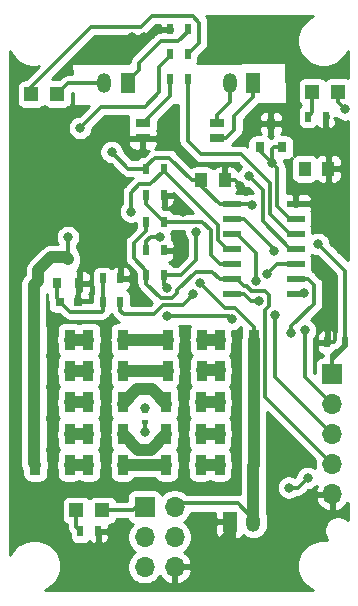
<source format=gbr>
G04 #@! TF.GenerationSoftware,KiCad,Pcbnew,(5.1.5)-3*
G04 #@! TF.CreationDate,2020-12-24T11:10:49+00:00*
G04 #@! TF.ProjectId,ModuleV421,4d6f6475-6c65-4563-9432-312e6b696361,rev?*
G04 #@! TF.SameCoordinates,Original*
G04 #@! TF.FileFunction,Copper,L1,Top*
G04 #@! TF.FilePolarity,Positive*
%FSLAX46Y46*%
G04 Gerber Fmt 4.6, Leading zero omitted, Abs format (unit mm)*
G04 Created by KiCad (PCBNEW (5.1.5)-3) date 2020-12-24 11:10:49*
%MOMM*%
%LPD*%
G04 APERTURE LIST*
%ADD10R,1.000000X1.250000*%
%ADD11R,0.600000X0.400000*%
%ADD12R,0.800000X0.900000*%
%ADD13R,0.900000X1.700000*%
%ADD14R,1.200000X1.200000*%
%ADD15R,1.300000X0.800000*%
%ADD16R,1.200000X1.700000*%
%ADD17O,1.200000X1.700000*%
%ADD18R,0.500000X0.900000*%
%ADD19R,0.800000X0.750000*%
%ADD20R,1.700000X1.700000*%
%ADD21O,1.700000X1.700000*%
%ADD22R,1.500000X0.600000*%
%ADD23C,0.800000*%
%ADD24C,0.300000*%
%ADD25C,1.000000*%
%ADD26C,0.254000*%
G04 APERTURE END LIST*
D10*
X127572360Y-61609720D03*
X129572360Y-61609720D03*
D11*
X114017600Y-83037600D03*
X114017600Y-82137600D03*
D12*
X123767600Y-59787600D03*
X125667600Y-59787600D03*
X124717600Y-57787600D03*
D13*
X107667600Y-76087600D03*
X104767600Y-76087600D03*
X112167600Y-76087600D03*
X109267600Y-76087600D03*
X118867600Y-76087600D03*
X115967600Y-76087600D03*
X123267600Y-76087600D03*
X120367600Y-76087600D03*
X107667600Y-84037600D03*
X104767600Y-84037600D03*
X107667600Y-86687600D03*
X104767600Y-86687600D03*
X112167600Y-84037600D03*
X109267600Y-84037600D03*
X112167600Y-86687600D03*
X109267600Y-86687600D03*
X118767600Y-84037600D03*
X115867600Y-84037600D03*
X118767600Y-86687600D03*
X115867600Y-86687600D03*
X123267600Y-84037600D03*
X120367600Y-84037600D03*
X123267600Y-86687600D03*
X120367600Y-86687600D03*
X107667600Y-78737600D03*
X104767600Y-78737600D03*
X107667600Y-81387600D03*
X104767600Y-81387600D03*
X112167600Y-78737600D03*
X109267600Y-78737600D03*
X112167600Y-81387600D03*
X109267600Y-81387600D03*
X118867600Y-78737600D03*
X115967600Y-78737600D03*
X118767600Y-81387600D03*
X115867600Y-81387600D03*
X123267600Y-78737600D03*
X120367600Y-78737600D03*
X123267600Y-81387600D03*
X120367600Y-81387600D03*
D14*
X110442600Y-90512600D03*
X108242600Y-90512600D03*
D10*
X118817600Y-62587600D03*
X120817600Y-62587600D03*
D14*
X106617600Y-55287600D03*
X104417600Y-55287600D03*
D15*
X113867600Y-57747600D03*
X113867600Y-59027600D03*
X120167600Y-59027600D03*
X120167600Y-57747600D03*
D14*
X130417600Y-55087600D03*
X128217600Y-55087600D03*
D16*
X123217600Y-54387600D03*
D17*
X121217600Y-54387600D03*
D18*
X110092600Y-92312600D03*
X108592600Y-92312600D03*
X130967600Y-76287600D03*
X129467600Y-76287600D03*
X114167600Y-68487600D03*
X115667600Y-68487600D03*
X129367600Y-57187600D03*
X127867600Y-57187600D03*
X116167600Y-51887600D03*
X117667600Y-51887600D03*
X116167600Y-49787600D03*
X117667600Y-49787600D03*
X110467600Y-70887600D03*
X111967600Y-70887600D03*
X110467600Y-72887600D03*
X111967600Y-72887600D03*
X116167600Y-53987600D03*
X117667600Y-53987600D03*
X114167600Y-63837600D03*
X115667600Y-63837600D03*
X114167600Y-66087600D03*
X115667600Y-66087600D03*
X114167600Y-70587600D03*
X115667600Y-70587600D03*
X114167600Y-61587600D03*
X115667600Y-61587600D03*
D19*
X108367600Y-72887600D03*
X106867600Y-72887600D03*
D20*
X129917600Y-78987600D03*
D21*
X129917600Y-81527600D03*
X129917600Y-84067600D03*
X129917600Y-86607600D03*
X129917600Y-89147600D03*
D20*
X114017600Y-90237600D03*
D21*
X116557600Y-90237600D03*
X114017600Y-92777600D03*
X116557600Y-92777600D03*
X114017600Y-95317600D03*
X116557600Y-95317600D03*
D16*
X121217600Y-91487600D03*
D17*
X123217600Y-91487600D03*
D22*
X121417600Y-64577600D03*
X121417600Y-65847600D03*
X121417600Y-67117600D03*
X121417600Y-68387600D03*
X121417600Y-69657600D03*
X121417600Y-70927600D03*
X121417600Y-72197600D03*
X126817600Y-72197600D03*
X126817600Y-70927600D03*
X126817600Y-69657600D03*
X126817600Y-68387600D03*
X126817600Y-67117600D03*
X126817600Y-65847600D03*
X126817600Y-64577600D03*
D16*
X112617600Y-54387600D03*
D17*
X110617600Y-54387600D03*
D12*
X106567600Y-71287600D03*
X108467600Y-71287600D03*
X107517600Y-69287600D03*
D23*
X119817600Y-51587600D03*
X119817600Y-49187600D03*
X112917600Y-50437610D03*
X113934889Y-50409368D03*
X111017600Y-67687600D03*
X109817600Y-67687600D03*
X105417600Y-89987600D03*
X106517600Y-89987600D03*
X110217600Y-96387600D03*
X111317600Y-96387600D03*
X125417600Y-86287600D03*
X125417600Y-87387600D03*
X128861920Y-69897740D03*
X130672940Y-68467720D03*
X109817600Y-68787600D03*
X111017600Y-68787600D03*
X103917600Y-67687600D03*
X105117600Y-67687600D03*
X113317600Y-72787600D03*
X117287772Y-65254798D03*
X114187550Y-72917650D03*
X112117600Y-58662600D03*
X116817600Y-68887600D03*
X129733140Y-71340460D03*
X128531720Y-64568820D03*
X122125840Y-63039740D03*
X111217600Y-60187600D03*
X118668648Y-71238648D03*
X127572360Y-61609720D03*
X123083420Y-64665340D03*
X122865260Y-62225317D03*
X107517600Y-67387598D03*
X108567600Y-58137600D03*
X115877103Y-74097241D03*
X115917600Y-71687600D03*
X118408132Y-66962306D03*
X114017600Y-83887600D03*
X127617600Y-75287600D03*
X124792840Y-61119500D03*
X121395834Y-74309370D03*
X118158746Y-72213341D03*
X124401680Y-70504800D03*
X125008740Y-68609960D03*
X128714600Y-67990200D03*
X123468313Y-71086910D03*
X125077320Y-73994760D03*
X112867589Y-65237589D03*
X131017600Y-56587600D03*
X123723375Y-72786921D03*
X127524287Y-72149244D03*
X126223665Y-88606799D03*
X127817600Y-87787600D03*
X114017596Y-81837596D03*
X115292377Y-67348877D03*
X126443022Y-75523897D03*
D24*
X108367600Y-71387600D02*
X108467600Y-71287600D01*
X108367600Y-72887600D02*
X108367600Y-71387600D01*
X118037600Y-95317600D02*
X116557600Y-95317600D01*
X121217600Y-91487600D02*
X121217600Y-92137600D01*
X121217600Y-92137600D02*
X118037600Y-95317600D01*
D25*
X121217600Y-93337600D02*
X120217600Y-94337600D01*
X121217600Y-91487600D02*
X121217600Y-93337600D01*
X120217600Y-94337600D02*
X120217600Y-95037600D01*
D24*
X116417601Y-68487601D02*
X116817600Y-68887600D01*
X115667600Y-68487600D02*
X116417601Y-68487601D01*
X130017600Y-76287600D02*
X130173450Y-76131750D01*
X129467600Y-76287600D02*
X130017600Y-76287600D01*
X130173450Y-76131750D02*
X130173450Y-75505384D01*
X130173450Y-75505384D02*
X130173450Y-74939699D01*
X128522940Y-64577600D02*
X128531720Y-64568820D01*
X126817600Y-64577600D02*
X128522940Y-64577600D01*
X121725841Y-62639741D02*
X122125840Y-63039740D01*
X120817600Y-62587600D02*
X121673700Y-62587600D01*
X121673700Y-62587600D02*
X121725841Y-62639741D01*
X120367600Y-64577600D02*
X121417600Y-64577600D01*
X118817600Y-63027600D02*
X120367600Y-64577600D01*
X118817600Y-62587600D02*
X118817600Y-63027600D01*
X107517600Y-54387600D02*
X106617600Y-55287600D01*
X110617600Y-54387600D02*
X107517600Y-54387600D01*
X112617600Y-61587600D02*
X111217600Y-60187600D01*
X114167600Y-61587600D02*
X112617600Y-61587600D01*
X118017600Y-62587600D02*
X116117599Y-60687599D01*
X114867601Y-60687599D02*
X114167600Y-61387600D01*
X118817600Y-62587600D02*
X118017600Y-62587600D01*
X114167600Y-61387600D02*
X114167600Y-61587600D01*
X116117599Y-60687599D02*
X114867601Y-60687599D01*
D25*
X123267600Y-76087600D02*
X123267600Y-78737600D01*
X123267600Y-81387600D02*
X123267600Y-84037600D01*
X123267600Y-78737600D02*
X123267600Y-81387600D01*
X123267600Y-86687600D02*
X123267600Y-84037600D01*
X123217600Y-86737600D02*
X123267600Y-86687600D01*
X123217600Y-91487600D02*
X123217600Y-86737600D01*
D24*
X123217600Y-91237600D02*
X123217600Y-91487600D01*
X121917601Y-89937601D02*
X123217600Y-91237600D01*
X116557600Y-90237600D02*
X116857599Y-89937601D01*
X116857599Y-89937601D02*
X121917601Y-89937601D01*
X121417600Y-64577600D02*
X122995680Y-64577600D01*
X122995680Y-64577600D02*
X123083420Y-64665340D01*
X120835480Y-73405480D02*
X118668648Y-71238648D01*
X121694040Y-73405480D02*
X120835480Y-73405480D01*
X123267600Y-76087600D02*
X123267600Y-74979040D01*
X123267600Y-74979040D02*
X121694040Y-73405480D01*
X113517600Y-52667598D02*
X113517600Y-53237600D01*
X117667600Y-49787600D02*
X117667600Y-49987600D01*
X117667600Y-49987600D02*
X116867601Y-50787599D01*
X115397599Y-50787599D02*
X113517600Y-52667598D01*
X112617600Y-54137600D02*
X112617600Y-54387600D01*
X113517600Y-53237600D02*
X112617600Y-54137600D01*
X116867601Y-50787599D02*
X115397599Y-50787599D01*
X126817600Y-68387600D02*
X126367600Y-68387600D01*
X124050018Y-63410075D02*
X123265259Y-62625316D01*
X123265259Y-62625316D02*
X122865260Y-62225317D01*
X126367600Y-68387600D02*
X124050018Y-66070018D01*
X124050018Y-66070018D02*
X124050018Y-63410075D01*
X114167600Y-70237600D02*
X114167600Y-70587600D01*
X113117600Y-69187600D02*
X114167600Y-70237600D01*
X113117600Y-67887600D02*
X113117600Y-69187600D01*
X114167600Y-66087600D02*
X114167600Y-66837600D01*
X114167600Y-66837600D02*
X113117600Y-67887600D01*
X116325601Y-72537601D02*
X115367601Y-72537601D01*
X119767600Y-70327600D02*
X118335602Y-70327600D01*
X115367601Y-72537601D02*
X114167600Y-71337600D01*
X116767601Y-71895601D02*
X116767601Y-72095601D01*
X114167600Y-71337600D02*
X114167600Y-70587600D01*
X121417600Y-70927600D02*
X120367600Y-70927600D01*
X116767601Y-72095601D02*
X116325601Y-72537601D01*
X120367600Y-70927600D02*
X119767600Y-70327600D01*
X118335602Y-70327600D02*
X116767601Y-71895601D01*
X124227318Y-73586758D02*
X124593078Y-73220998D01*
X124593078Y-73220998D02*
X124593078Y-72281175D01*
X121867600Y-70927600D02*
X121417600Y-70927600D01*
X123060312Y-71936911D02*
X122651001Y-71527600D01*
X122467600Y-71527600D02*
X121867600Y-70927600D01*
X122651001Y-71527600D02*
X122467600Y-71527600D01*
X124227318Y-80917318D02*
X124227318Y-73586758D01*
X124248814Y-71936911D02*
X123060312Y-71936911D01*
X124593078Y-72281175D02*
X124248814Y-71936911D01*
X129917600Y-86607600D02*
X124227318Y-80917318D01*
X118804418Y-60358398D02*
X117667600Y-59221580D01*
X124650029Y-65400029D02*
X124650029Y-62792087D01*
X124650029Y-62792087D02*
X122216340Y-60358398D01*
X122216340Y-60358398D02*
X118804418Y-60358398D01*
X117667600Y-54737600D02*
X117667600Y-53987600D01*
X117667600Y-59221580D02*
X117667600Y-54737600D01*
X126367600Y-67117600D02*
X124650029Y-65400029D01*
X126817600Y-67117600D02*
X126367600Y-67117600D01*
D25*
X118767600Y-81387600D02*
X120367600Y-81387600D01*
X118867600Y-78687600D02*
X120367600Y-78687600D01*
X112167600Y-81487600D02*
X113417589Y-80237611D01*
X114617611Y-80237611D02*
X115867600Y-81487600D01*
X113417589Y-80237611D02*
X114617611Y-80237611D01*
X115967600Y-78737600D02*
X112167600Y-78737600D01*
X109267600Y-81387600D02*
X107667600Y-81387600D01*
X107667600Y-78737600D02*
X109267600Y-78737600D01*
X104624909Y-86544909D02*
X104624909Y-71443451D01*
X104767600Y-86687600D02*
X104624909Y-86544909D01*
X107317600Y-69087600D02*
X107517600Y-69287600D01*
X104624909Y-71443451D02*
X104999180Y-71069180D01*
X104999180Y-71069180D02*
X104999180Y-70206018D01*
X104999180Y-70206018D02*
X106117598Y-69087600D01*
X106117598Y-69087600D02*
X107317600Y-69087600D01*
D24*
X107517600Y-69287600D02*
X107517600Y-67387598D01*
X114017600Y-56387600D02*
X110317600Y-56387600D01*
X115267599Y-52987601D02*
X115267599Y-55137601D01*
X116167600Y-51887600D02*
X116167600Y-52087600D01*
X116167600Y-52087600D02*
X115267599Y-52987601D01*
X110317600Y-56387600D02*
X108567600Y-58137600D01*
X115267599Y-55137601D02*
X114017600Y-56387600D01*
X109517600Y-49587600D02*
X104417600Y-54687600D01*
X118617600Y-50937600D02*
X118617600Y-49227598D01*
X104417600Y-54687600D02*
X104417600Y-55287600D01*
X117667600Y-51887600D02*
X118617600Y-50937600D01*
X118617600Y-49227598D02*
X118077602Y-48687600D01*
X118077602Y-48687600D02*
X114617600Y-48687600D01*
X114617600Y-48687600D02*
X113717600Y-49587600D01*
X113717600Y-49587600D02*
X109517600Y-49587600D01*
X127967600Y-57187600D02*
X127867600Y-57187600D01*
X128217600Y-56837600D02*
X128217600Y-55087600D01*
X127867600Y-57187600D02*
X128217600Y-56837600D01*
X115667600Y-71437600D02*
X115917600Y-71687600D01*
X115667600Y-70587600D02*
X115667600Y-71437600D01*
X115667600Y-70587600D02*
X117117600Y-70587600D01*
X118408132Y-69297068D02*
X118408132Y-66962306D01*
X117117600Y-70587600D02*
X118408132Y-69297068D01*
X114017600Y-83037600D02*
X114017600Y-83887600D01*
X127617600Y-79227600D02*
X129917600Y-81527600D01*
X127617600Y-75287600D02*
X127617600Y-79227600D01*
X123767600Y-59737600D02*
X123767600Y-60094260D01*
X125667600Y-59787600D02*
X124967600Y-59787600D01*
X123767600Y-60094260D02*
X124392841Y-60719501D01*
X124792840Y-59962360D02*
X124792840Y-61119500D01*
X124392841Y-60719501D02*
X124792840Y-61119500D01*
X124967600Y-59787600D02*
X124792840Y-59962360D01*
X125192839Y-61519499D02*
X124792840Y-61119500D01*
X125250040Y-64730040D02*
X125250040Y-61576700D01*
X126367600Y-65847600D02*
X125250040Y-64730040D01*
X126817600Y-65847600D02*
X126367600Y-65847600D01*
X125250040Y-61576700D02*
X125192839Y-61519499D01*
X121183705Y-74097241D02*
X121395834Y-74309370D01*
X115877103Y-74097241D02*
X121183705Y-74097241D01*
X112267602Y-73937602D02*
X114809594Y-73937602D01*
X117234475Y-73137612D02*
X117758747Y-72613340D01*
X115609584Y-73137612D02*
X117234475Y-73137612D01*
X117758747Y-72613340D02*
X118158746Y-72213341D01*
X114809594Y-73937602D02*
X115609584Y-73137612D01*
X111967600Y-72887600D02*
X111967600Y-73637600D01*
X111967600Y-73637600D02*
X112267602Y-73937602D01*
X126817600Y-69657600D02*
X125248880Y-69657600D01*
X125248880Y-69657600D02*
X124401680Y-70504800D01*
X106567600Y-72587600D02*
X106867600Y-72887600D01*
X106567600Y-71287600D02*
X106567600Y-72587600D01*
X110467600Y-70887600D02*
X110467600Y-72887600D01*
X106892600Y-72887600D02*
X106867600Y-72887600D01*
X107717601Y-73712601D02*
X106892600Y-72887600D01*
X110392599Y-73712601D02*
X107717601Y-73712601D01*
X110467600Y-73637600D02*
X110392599Y-73712601D01*
X110467600Y-72887600D02*
X110467600Y-73637600D01*
X120877600Y-59027600D02*
X120167600Y-59027600D01*
X121617600Y-58287600D02*
X120877600Y-59027600D01*
X121617600Y-57169302D02*
X121617600Y-58287600D01*
X123217600Y-54387600D02*
X123217600Y-55569302D01*
X123217600Y-55569302D02*
X121617600Y-57169302D01*
X120167600Y-57037600D02*
X120167600Y-57747600D01*
X121217600Y-54387600D02*
X121217600Y-55987600D01*
X121217600Y-55987600D02*
X120167600Y-57037600D01*
X108242600Y-91962600D02*
X108242600Y-90512600D01*
X108592600Y-92312600D02*
X108242600Y-91962600D01*
X129917600Y-77337600D02*
X130217600Y-77037600D01*
X130217600Y-77037600D02*
X130417600Y-77037600D01*
X130967600Y-76487600D02*
X130967600Y-76287600D01*
X129917600Y-78987600D02*
X129917600Y-77337600D01*
X130417600Y-77037600D02*
X130967600Y-76487600D01*
X121417600Y-65847600D02*
X122467600Y-65847600D01*
X122467600Y-65847600D02*
X125008740Y-68388740D01*
X125008740Y-68388740D02*
X125008740Y-68609960D01*
X129917600Y-77837600D02*
X131023460Y-76731740D01*
X131023460Y-76731740D02*
X131023460Y-70299060D01*
X131023460Y-70299060D02*
X129114599Y-68390199D01*
X129114599Y-68390199D02*
X128714600Y-67990200D01*
X129917600Y-78987600D02*
X129917600Y-77837600D01*
X121417600Y-67117600D02*
X121867600Y-67117600D01*
X123468313Y-70521225D02*
X123468313Y-71086910D01*
X123468313Y-68718313D02*
X123468313Y-70521225D01*
X121867600Y-67117600D02*
X123468313Y-68718313D01*
X129917600Y-84067600D02*
X125077320Y-79227320D01*
X125077320Y-79227320D02*
X125077320Y-74560445D01*
X125077320Y-74560445D02*
X125077320Y-73994760D01*
X113557599Y-62937599D02*
X112867589Y-63627609D01*
X115667600Y-61787600D02*
X114517601Y-62937599D01*
X114517601Y-62937599D02*
X113557599Y-62937599D01*
X112867589Y-63627609D02*
X112867589Y-65237589D01*
X115667600Y-61587600D02*
X115667600Y-61787600D01*
X115667600Y-61787600D02*
X120217599Y-66337599D01*
X120967600Y-68387600D02*
X121417600Y-68387600D01*
X120217599Y-66337599D02*
X120217599Y-67637599D01*
X120217599Y-67637599D02*
X120967600Y-68387600D01*
X114167600Y-64587600D02*
X115667600Y-66087600D01*
X114167600Y-63837600D02*
X114167600Y-64587600D01*
X118900312Y-66112304D02*
X119617588Y-66829580D01*
X115667600Y-66087600D02*
X116217600Y-66087600D01*
X116242304Y-66112304D02*
X118900312Y-66112304D01*
X116217600Y-66087600D02*
X116242304Y-66112304D01*
X119617588Y-66829580D02*
X119617588Y-68907588D01*
X119617588Y-68907588D02*
X120367600Y-69657600D01*
X120367600Y-69657600D02*
X121417600Y-69657600D01*
X130417600Y-55987600D02*
X131017600Y-56587600D01*
X130417600Y-55087600D02*
X130417600Y-55987600D01*
X122467600Y-72197600D02*
X123056921Y-72786921D01*
X123157690Y-72786921D02*
X123723375Y-72786921D01*
X123056921Y-72786921D02*
X123157690Y-72786921D01*
X121417600Y-72197600D02*
X122467600Y-72197600D01*
X126817600Y-72197600D02*
X126865956Y-72149244D01*
X126865956Y-72149244D02*
X126958602Y-72149244D01*
X126958602Y-72149244D02*
X127524287Y-72149244D01*
X127817600Y-87787600D02*
X126998401Y-88606799D01*
X126998401Y-88606799D02*
X126223665Y-88606799D01*
X113317600Y-90237600D02*
X114017600Y-90237600D01*
X110442600Y-90512600D02*
X113042600Y-90512600D01*
X113042600Y-90512600D02*
X113317600Y-90237600D01*
X114167600Y-67737600D02*
X114556323Y-67348877D01*
X114556323Y-67348877D02*
X115292377Y-67348877D01*
X114167600Y-68487600D02*
X114167600Y-67737600D01*
X114017596Y-82137596D02*
X114017600Y-82137600D01*
X114017596Y-81837596D02*
X114017596Y-82137596D01*
X126443022Y-74958212D02*
X126443022Y-75523897D01*
X128374288Y-71434288D02*
X128374288Y-73026946D01*
X126817600Y-70927600D02*
X127867600Y-70927600D01*
X127867600Y-70927600D02*
X128374288Y-71434288D01*
X128374288Y-73026946D02*
X126443022Y-74958212D01*
D25*
X118767600Y-86687600D02*
X120367600Y-86687600D01*
X118767600Y-84037600D02*
X120367600Y-84037600D01*
X112167600Y-86687600D02*
X115867600Y-86687600D01*
X112167600Y-84087600D02*
X113467590Y-85387590D01*
X114567610Y-85387590D02*
X115867600Y-84087600D01*
X113467590Y-85387590D02*
X114567610Y-85387590D01*
X107667600Y-86687600D02*
X109267600Y-86687600D01*
X107667600Y-84087600D02*
X109267600Y-84087600D01*
X118867600Y-76087600D02*
X120367600Y-76087600D01*
X112167600Y-76087600D02*
X115967600Y-76087600D01*
X107667600Y-76087600D02*
X109267600Y-76087600D01*
D24*
X116167600Y-55447600D02*
X113867600Y-57747600D01*
X116167600Y-53987600D02*
X116167600Y-55447600D01*
D26*
G36*
X102686969Y-51796269D02*
G01*
X102931562Y-52162329D01*
X103242871Y-52473638D01*
X103608931Y-52718231D01*
X104015675Y-52886710D01*
X104447472Y-52972600D01*
X104887728Y-52972600D01*
X105055893Y-52939150D01*
X103945515Y-54049528D01*
X103817600Y-54049528D01*
X103693118Y-54061788D01*
X103573420Y-54098098D01*
X103463106Y-54157063D01*
X103366415Y-54236415D01*
X103287063Y-54333106D01*
X103228098Y-54443420D01*
X103191788Y-54563118D01*
X103179528Y-54687600D01*
X103179528Y-55887600D01*
X103191788Y-56012082D01*
X103228098Y-56131780D01*
X103287063Y-56242094D01*
X103366415Y-56338785D01*
X103463106Y-56418137D01*
X103573420Y-56477102D01*
X103693118Y-56513412D01*
X103817600Y-56525672D01*
X105017600Y-56525672D01*
X105142082Y-56513412D01*
X105261780Y-56477102D01*
X105372094Y-56418137D01*
X105468785Y-56338785D01*
X105517600Y-56279304D01*
X105566415Y-56338785D01*
X105663106Y-56418137D01*
X105773420Y-56477102D01*
X105893118Y-56513412D01*
X106017600Y-56525672D01*
X107217600Y-56525672D01*
X107342082Y-56513412D01*
X107461780Y-56477102D01*
X107572094Y-56418137D01*
X107668785Y-56338785D01*
X107748137Y-56242094D01*
X107807102Y-56131780D01*
X107843412Y-56012082D01*
X107855672Y-55887600D01*
X107855672Y-55172600D01*
X107921144Y-55172600D01*
X107965727Y-56168281D01*
X107968290Y-56188598D01*
X107975750Y-56212350D01*
X107987701Y-56234191D01*
X108003683Y-56253280D01*
X108023083Y-56268884D01*
X108045153Y-56280404D01*
X108069048Y-56287397D01*
X108093847Y-56289594D01*
X109317462Y-56277581D01*
X108492443Y-57102600D01*
X108465661Y-57102600D01*
X108265702Y-57142374D01*
X108077344Y-57220395D01*
X107907826Y-57333663D01*
X107763663Y-57477826D01*
X107650395Y-57647344D01*
X107572374Y-57835702D01*
X107532600Y-58035661D01*
X107532600Y-58239539D01*
X107572374Y-58439498D01*
X107650395Y-58627856D01*
X107763663Y-58797374D01*
X107907826Y-58941537D01*
X108077344Y-59054805D01*
X108265702Y-59132826D01*
X108465661Y-59172600D01*
X108669539Y-59172600D01*
X108869498Y-59132826D01*
X109057856Y-59054805D01*
X109227374Y-58941537D01*
X109371537Y-58797374D01*
X109484805Y-58627856D01*
X109562826Y-58439498D01*
X109602600Y-58239539D01*
X109602600Y-58212757D01*
X110642757Y-57172600D01*
X112607112Y-57172600D01*
X112591788Y-57223118D01*
X112579528Y-57347600D01*
X112579528Y-58147600D01*
X112591788Y-58272082D01*
X112626830Y-58387600D01*
X112591788Y-58503118D01*
X112579528Y-58627600D01*
X112582600Y-58741850D01*
X112741350Y-58900600D01*
X113740600Y-58900600D01*
X113740600Y-58880600D01*
X113994600Y-58880600D01*
X113994600Y-58900600D01*
X114993850Y-58900600D01*
X115152600Y-58741850D01*
X115155672Y-58627600D01*
X115143412Y-58503118D01*
X115108370Y-58387600D01*
X115143412Y-58272082D01*
X115155672Y-58147600D01*
X115155672Y-57569685D01*
X116518474Y-56206884D01*
X116882601Y-56203309D01*
X116882600Y-59183027D01*
X116878803Y-59221580D01*
X116882600Y-59260133D01*
X116882600Y-59260140D01*
X116893959Y-59375466D01*
X116938846Y-59523439D01*
X117011738Y-59659812D01*
X117109836Y-59779344D01*
X117139790Y-59803927D01*
X118222076Y-60886213D01*
X118246654Y-60916162D01*
X118276602Y-60940740D01*
X118276605Y-60940743D01*
X118287115Y-60949368D01*
X118366185Y-61014260D01*
X118502558Y-61087152D01*
X118616090Y-61121592D01*
X118650530Y-61132039D01*
X118664908Y-61133455D01*
X118765857Y-61143398D01*
X118765864Y-61143398D01*
X118804417Y-61147195D01*
X118842970Y-61143398D01*
X121891183Y-61143398D01*
X122187325Y-61439541D01*
X122061323Y-61565543D01*
X121948055Y-61735061D01*
X121927329Y-61785098D01*
X121907102Y-61718420D01*
X121848137Y-61608106D01*
X121768785Y-61511415D01*
X121672094Y-61432063D01*
X121561780Y-61373098D01*
X121442082Y-61336788D01*
X121317600Y-61324528D01*
X121103350Y-61327600D01*
X120944600Y-61486350D01*
X120944600Y-62460600D01*
X120964600Y-62460600D01*
X120964600Y-62714600D01*
X120944600Y-62714600D01*
X120944600Y-62734600D01*
X120690600Y-62734600D01*
X120690600Y-62714600D01*
X120670600Y-62714600D01*
X120670600Y-62460600D01*
X120690600Y-62460600D01*
X120690600Y-61486350D01*
X120531850Y-61327600D01*
X120317600Y-61324528D01*
X120193118Y-61336788D01*
X120073420Y-61373098D01*
X119963106Y-61432063D01*
X119866415Y-61511415D01*
X119817600Y-61570896D01*
X119768785Y-61511415D01*
X119672094Y-61432063D01*
X119561780Y-61373098D01*
X119442082Y-61336788D01*
X119317600Y-61324528D01*
X118317600Y-61324528D01*
X118193118Y-61336788D01*
X118073420Y-61373098D01*
X117969046Y-61428888D01*
X116699946Y-60159789D01*
X116675363Y-60129835D01*
X116555832Y-60031737D01*
X116419459Y-59958845D01*
X116271486Y-59913958D01*
X116156160Y-59902599D01*
X116156152Y-59902599D01*
X116117599Y-59898802D01*
X116079046Y-59902599D01*
X114939767Y-59902599D01*
X114968785Y-59878785D01*
X115048137Y-59782094D01*
X115107102Y-59671780D01*
X115143412Y-59552082D01*
X115155672Y-59427600D01*
X115152600Y-59313350D01*
X114993850Y-59154600D01*
X113994600Y-59154600D01*
X113994600Y-59903850D01*
X114153350Y-60062600D01*
X114389337Y-60064590D01*
X114339788Y-60105254D01*
X114339785Y-60105257D01*
X114309837Y-60129835D01*
X114285258Y-60159784D01*
X113945515Y-60499528D01*
X113917600Y-60499528D01*
X113793118Y-60511788D01*
X113673420Y-60548098D01*
X113563106Y-60607063D01*
X113466415Y-60686415D01*
X113387063Y-60783106D01*
X113376643Y-60802600D01*
X112942758Y-60802600D01*
X112252600Y-60112443D01*
X112252600Y-60085661D01*
X112212826Y-59885702D01*
X112134805Y-59697344D01*
X112021537Y-59527826D01*
X111921311Y-59427600D01*
X112579528Y-59427600D01*
X112591788Y-59552082D01*
X112628098Y-59671780D01*
X112687063Y-59782094D01*
X112766415Y-59878785D01*
X112863106Y-59958137D01*
X112973420Y-60017102D01*
X113093118Y-60053412D01*
X113217600Y-60065672D01*
X113581850Y-60062600D01*
X113740600Y-59903850D01*
X113740600Y-59154600D01*
X112741350Y-59154600D01*
X112582600Y-59313350D01*
X112579528Y-59427600D01*
X111921311Y-59427600D01*
X111877374Y-59383663D01*
X111707856Y-59270395D01*
X111519498Y-59192374D01*
X111319539Y-59152600D01*
X111115661Y-59152600D01*
X110915702Y-59192374D01*
X110727344Y-59270395D01*
X110557826Y-59383663D01*
X110413663Y-59527826D01*
X110300395Y-59697344D01*
X110222374Y-59885702D01*
X110182600Y-60085661D01*
X110182600Y-60289539D01*
X110222374Y-60489498D01*
X110300395Y-60677856D01*
X110413663Y-60847374D01*
X110557826Y-60991537D01*
X110727344Y-61104805D01*
X110915702Y-61182826D01*
X111115661Y-61222600D01*
X111142443Y-61222600D01*
X112035258Y-62115416D01*
X112059836Y-62145364D01*
X112089784Y-62169942D01*
X112089787Y-62169945D01*
X112097649Y-62176397D01*
X112179367Y-62243462D01*
X112315740Y-62316354D01*
X112463713Y-62361242D01*
X112538626Y-62368620D01*
X112579039Y-62372600D01*
X112579044Y-62372600D01*
X112617600Y-62376397D01*
X112656155Y-62372600D01*
X113008651Y-62372600D01*
X112999835Y-62379835D01*
X112975254Y-62409787D01*
X112339779Y-63045262D01*
X112309825Y-63069845D01*
X112211727Y-63189377D01*
X112138835Y-63325750D01*
X112093948Y-63473723D01*
X112082589Y-63589049D01*
X112082589Y-63589056D01*
X112078792Y-63627609D01*
X112082589Y-63666162D01*
X112082590Y-64558877D01*
X112063652Y-64577815D01*
X111950384Y-64747333D01*
X111872363Y-64935691D01*
X111832589Y-65135650D01*
X111832589Y-65339528D01*
X111872363Y-65539487D01*
X111950384Y-65727845D01*
X112063652Y-65897363D01*
X112207815Y-66041526D01*
X112377333Y-66154794D01*
X112565691Y-66232815D01*
X112765650Y-66272589D01*
X112969528Y-66272589D01*
X113169487Y-66232815D01*
X113279528Y-66187234D01*
X113279528Y-66537600D01*
X113286514Y-66608529D01*
X112589790Y-67305253D01*
X112559836Y-67329836D01*
X112461738Y-67449368D01*
X112388846Y-67585741D01*
X112343959Y-67733714D01*
X112332600Y-67849040D01*
X112332600Y-67849047D01*
X112328803Y-67887600D01*
X112332600Y-67926153D01*
X112332601Y-69149038D01*
X112328803Y-69187600D01*
X112343959Y-69341486D01*
X112388846Y-69489459D01*
X112400781Y-69511788D01*
X112461739Y-69625833D01*
X112487809Y-69657599D01*
X112535255Y-69715412D01*
X112535259Y-69715416D01*
X112559837Y-69745364D01*
X112589785Y-69769942D01*
X113279528Y-70459686D01*
X113279528Y-71037600D01*
X113291788Y-71162082D01*
X113328098Y-71281780D01*
X113383516Y-71385458D01*
X113393959Y-71491486D01*
X113438846Y-71639459D01*
X113511738Y-71775832D01*
X113609836Y-71895364D01*
X113639790Y-71919947D01*
X114678441Y-72958598D01*
X114484437Y-73152602D01*
X112855672Y-73152602D01*
X112855672Y-72437600D01*
X112843412Y-72313118D01*
X112807102Y-72193420D01*
X112748137Y-72083106D01*
X112668785Y-71986415D01*
X112572094Y-71907063D01*
X112535364Y-71887430D01*
X112582989Y-71860693D01*
X112678019Y-71779358D01*
X112755355Y-71681047D01*
X112812025Y-71569537D01*
X112845852Y-71449114D01*
X112855536Y-71324405D01*
X112852600Y-71173350D01*
X112693850Y-71014600D01*
X112090600Y-71014600D01*
X112090600Y-71034600D01*
X111844600Y-71034600D01*
X111844600Y-71014600D01*
X111820600Y-71014600D01*
X111820600Y-70760600D01*
X111844600Y-70760600D01*
X111844600Y-69961350D01*
X112090600Y-69961350D01*
X112090600Y-70760600D01*
X112693850Y-70760600D01*
X112852600Y-70601850D01*
X112855536Y-70450795D01*
X112845852Y-70326086D01*
X112812025Y-70205663D01*
X112755355Y-70094153D01*
X112678019Y-69995842D01*
X112582989Y-69914507D01*
X112473918Y-69853274D01*
X112354997Y-69814496D01*
X112249350Y-69802600D01*
X112090600Y-69961350D01*
X111844600Y-69961350D01*
X111685850Y-69802600D01*
X111580203Y-69814496D01*
X111461282Y-69853274D01*
X111352211Y-69914507D01*
X111257181Y-69995842D01*
X111217705Y-70046025D01*
X111168785Y-69986415D01*
X111072094Y-69907063D01*
X110961780Y-69848098D01*
X110842082Y-69811788D01*
X110717600Y-69799528D01*
X110217600Y-69799528D01*
X110093118Y-69811788D01*
X109973420Y-69848098D01*
X109863106Y-69907063D01*
X109766415Y-69986415D01*
X109687063Y-70083106D01*
X109628098Y-70193420D01*
X109591788Y-70313118D01*
X109579528Y-70437600D01*
X109579528Y-71337600D01*
X109591788Y-71462082D01*
X109628098Y-71581780D01*
X109682600Y-71683745D01*
X109682601Y-72091454D01*
X109628098Y-72193420D01*
X109591788Y-72313118D01*
X109579528Y-72437600D01*
X109579528Y-72927601D01*
X108220600Y-72927601D01*
X108220600Y-72760600D01*
X108240600Y-72760600D01*
X108240600Y-72313850D01*
X108340600Y-72213850D01*
X108340600Y-72036350D01*
X108494600Y-72036350D01*
X108494600Y-72760600D01*
X109243850Y-72760600D01*
X109402600Y-72601850D01*
X109405672Y-72512600D01*
X109393412Y-72388118D01*
X109357102Y-72268420D01*
X109315831Y-72191209D01*
X109318785Y-72188785D01*
X109398137Y-72092094D01*
X109457102Y-71981780D01*
X109493412Y-71862082D01*
X109505672Y-71737600D01*
X109502600Y-71573350D01*
X109343850Y-71414600D01*
X108594600Y-71414600D01*
X108594600Y-71936350D01*
X108494600Y-72036350D01*
X108340600Y-72036350D01*
X108340600Y-71414600D01*
X108320600Y-71414600D01*
X108320600Y-71160600D01*
X108340600Y-71160600D01*
X108340600Y-70361350D01*
X108594600Y-70361350D01*
X108594600Y-71160600D01*
X109343850Y-71160600D01*
X109502600Y-71001850D01*
X109505672Y-70837600D01*
X109493412Y-70713118D01*
X109457102Y-70593420D01*
X109398137Y-70483106D01*
X109318785Y-70386415D01*
X109222094Y-70307063D01*
X109111780Y-70248098D01*
X108992082Y-70211788D01*
X108867600Y-70199528D01*
X108753350Y-70202600D01*
X108594600Y-70361350D01*
X108340600Y-70361350D01*
X108255993Y-70276743D01*
X108272094Y-70268137D01*
X108368785Y-70188785D01*
X108448137Y-70092094D01*
X108507102Y-69981780D01*
X108543412Y-69862082D01*
X108553784Y-69756773D01*
X108571276Y-69724047D01*
X108636177Y-69510099D01*
X108658091Y-69287600D01*
X108636177Y-69065102D01*
X108571276Y-68851154D01*
X108553784Y-68818428D01*
X108543412Y-68713118D01*
X108507102Y-68593420D01*
X108448137Y-68483106D01*
X108368785Y-68386415D01*
X108302600Y-68332099D01*
X108302600Y-68066309D01*
X108321537Y-68047372D01*
X108434805Y-67877854D01*
X108512826Y-67689496D01*
X108552600Y-67489537D01*
X108552600Y-67285659D01*
X108512826Y-67085700D01*
X108434805Y-66897342D01*
X108321537Y-66727824D01*
X108177374Y-66583661D01*
X108007856Y-66470393D01*
X107819498Y-66392372D01*
X107619539Y-66352598D01*
X107415661Y-66352598D01*
X107215702Y-66392372D01*
X107027344Y-66470393D01*
X106857826Y-66583661D01*
X106713663Y-66727824D01*
X106600395Y-66897342D01*
X106522374Y-67085700D01*
X106482600Y-67285659D01*
X106482600Y-67489537D01*
X106522374Y-67689496D01*
X106600395Y-67877854D01*
X106650339Y-67952600D01*
X106173349Y-67952600D01*
X106117598Y-67947109D01*
X106061846Y-67952600D01*
X105895099Y-67969023D01*
X105681151Y-68033924D01*
X105483975Y-68139316D01*
X105311149Y-68281151D01*
X105275606Y-68324460D01*
X104236040Y-69364027D01*
X104192732Y-69399569D01*
X104050897Y-69572395D01*
X103945504Y-69769571D01*
X103880603Y-69983519D01*
X103864180Y-70150266D01*
X103858689Y-70206018D01*
X103864180Y-70261769D01*
X103864180Y-70599049D01*
X103861769Y-70601460D01*
X103818461Y-70637002D01*
X103676626Y-70809828D01*
X103634063Y-70889459D01*
X103571233Y-71007005D01*
X103506332Y-71220953D01*
X103484418Y-71443451D01*
X103489910Y-71499212D01*
X103489909Y-86489158D01*
X103484418Y-86544909D01*
X103497905Y-86681848D01*
X103506332Y-86767407D01*
X103571233Y-86981355D01*
X103676625Y-87178532D01*
X103679528Y-87182069D01*
X103679528Y-87537600D01*
X103691788Y-87662082D01*
X103728098Y-87781780D01*
X103787063Y-87892094D01*
X103866415Y-87988785D01*
X103963106Y-88068137D01*
X104073420Y-88127102D01*
X104193118Y-88163412D01*
X104317600Y-88175672D01*
X105217600Y-88175672D01*
X105342082Y-88163412D01*
X105461780Y-88127102D01*
X105572094Y-88068137D01*
X105668785Y-87988785D01*
X105748137Y-87892094D01*
X105807102Y-87781780D01*
X105843412Y-87662082D01*
X105855672Y-87537600D01*
X105855672Y-87010660D01*
X105886177Y-86910099D01*
X105908091Y-86687600D01*
X105886177Y-86465102D01*
X105855672Y-86364541D01*
X105855672Y-85837600D01*
X105843412Y-85713118D01*
X105807102Y-85593420D01*
X105759909Y-85505130D01*
X105759909Y-85220070D01*
X105807102Y-85131780D01*
X105843412Y-85012082D01*
X105855672Y-84887600D01*
X105855672Y-83187600D01*
X105843412Y-83063118D01*
X105807102Y-82943420D01*
X105759909Y-82855130D01*
X105759909Y-82570070D01*
X105807102Y-82481780D01*
X105843412Y-82362082D01*
X105855672Y-82237600D01*
X105855672Y-80537600D01*
X105843412Y-80413118D01*
X105807102Y-80293420D01*
X105759909Y-80205130D01*
X105759909Y-79920070D01*
X105807102Y-79831780D01*
X105843412Y-79712082D01*
X105855672Y-79587600D01*
X105855672Y-77887600D01*
X105843412Y-77763118D01*
X105807102Y-77643420D01*
X105759909Y-77555130D01*
X105759909Y-77270070D01*
X105807102Y-77181780D01*
X105843412Y-77062082D01*
X105855672Y-76937600D01*
X105855672Y-76087600D01*
X106527109Y-76087600D01*
X106549023Y-76310099D01*
X106579528Y-76410660D01*
X106579528Y-76937600D01*
X106591788Y-77062082D01*
X106628098Y-77181780D01*
X106687063Y-77292094D01*
X106766415Y-77388785D01*
X106795434Y-77412600D01*
X106766415Y-77436415D01*
X106687063Y-77533106D01*
X106628098Y-77643420D01*
X106591788Y-77763118D01*
X106579528Y-77887600D01*
X106579528Y-78414540D01*
X106549023Y-78515101D01*
X106527109Y-78737600D01*
X106549023Y-78960099D01*
X106579528Y-79060660D01*
X106579528Y-79587600D01*
X106591788Y-79712082D01*
X106628098Y-79831780D01*
X106687063Y-79942094D01*
X106766415Y-80038785D01*
X106795434Y-80062600D01*
X106766415Y-80086415D01*
X106687063Y-80183106D01*
X106628098Y-80293420D01*
X106591788Y-80413118D01*
X106579528Y-80537600D01*
X106579528Y-81064540D01*
X106549023Y-81165101D01*
X106527109Y-81387600D01*
X106549023Y-81610099D01*
X106579528Y-81710660D01*
X106579528Y-82237600D01*
X106591788Y-82362082D01*
X106628098Y-82481780D01*
X106687063Y-82592094D01*
X106766415Y-82688785D01*
X106795434Y-82712600D01*
X106766415Y-82736415D01*
X106687063Y-82833106D01*
X106628098Y-82943420D01*
X106591788Y-83063118D01*
X106579528Y-83187600D01*
X106579528Y-83764540D01*
X106549023Y-83865101D01*
X106527109Y-84087600D01*
X106549023Y-84310099D01*
X106579528Y-84410660D01*
X106579528Y-84887600D01*
X106591788Y-85012082D01*
X106628098Y-85131780D01*
X106687063Y-85242094D01*
X106766415Y-85338785D01*
X106795434Y-85362600D01*
X106766415Y-85386415D01*
X106687063Y-85483106D01*
X106628098Y-85593420D01*
X106591788Y-85713118D01*
X106579528Y-85837600D01*
X106579528Y-86364540D01*
X106549023Y-86465101D01*
X106527109Y-86687600D01*
X106549023Y-86910099D01*
X106579528Y-87010660D01*
X106579528Y-87537600D01*
X106591788Y-87662082D01*
X106628098Y-87781780D01*
X106687063Y-87892094D01*
X106766415Y-87988785D01*
X106863106Y-88068137D01*
X106973420Y-88127102D01*
X107093118Y-88163412D01*
X107217600Y-88175672D01*
X108117600Y-88175672D01*
X108242082Y-88163412D01*
X108361780Y-88127102D01*
X108467600Y-88070539D01*
X108573420Y-88127102D01*
X108693118Y-88163412D01*
X108817600Y-88175672D01*
X109717600Y-88175672D01*
X109842082Y-88163412D01*
X109961780Y-88127102D01*
X110072094Y-88068137D01*
X110168785Y-87988785D01*
X110248137Y-87892094D01*
X110307102Y-87781780D01*
X110343412Y-87662082D01*
X110355672Y-87537600D01*
X110355672Y-87010660D01*
X110386177Y-86910099D01*
X110408091Y-86687600D01*
X110386177Y-86465101D01*
X110355672Y-86364540D01*
X110355672Y-85837600D01*
X110343412Y-85713118D01*
X110307102Y-85593420D01*
X110248137Y-85483106D01*
X110168785Y-85386415D01*
X110139766Y-85362600D01*
X110168785Y-85338785D01*
X110248137Y-85242094D01*
X110307102Y-85131780D01*
X110343412Y-85012082D01*
X110355672Y-84887600D01*
X110355672Y-84410660D01*
X110386177Y-84310099D01*
X110408091Y-84087600D01*
X110386177Y-83865101D01*
X110355672Y-83764540D01*
X110355672Y-83187600D01*
X110343412Y-83063118D01*
X110307102Y-82943420D01*
X110248137Y-82833106D01*
X110168785Y-82736415D01*
X110139766Y-82712600D01*
X110168785Y-82688785D01*
X110248137Y-82592094D01*
X110307102Y-82481780D01*
X110343412Y-82362082D01*
X110355672Y-82237600D01*
X110355672Y-81710660D01*
X110386177Y-81610099D01*
X110408091Y-81387600D01*
X110386177Y-81165101D01*
X110355672Y-81064540D01*
X110355672Y-80537600D01*
X110343412Y-80413118D01*
X110307102Y-80293420D01*
X110248137Y-80183106D01*
X110168785Y-80086415D01*
X110139766Y-80062600D01*
X110168785Y-80038785D01*
X110248137Y-79942094D01*
X110307102Y-79831780D01*
X110343412Y-79712082D01*
X110355672Y-79587600D01*
X110355672Y-79060660D01*
X110386177Y-78960099D01*
X110408091Y-78737600D01*
X110386177Y-78515101D01*
X110355672Y-78414540D01*
X110355672Y-77887600D01*
X110343412Y-77763118D01*
X110307102Y-77643420D01*
X110248137Y-77533106D01*
X110168785Y-77436415D01*
X110139766Y-77412600D01*
X110168785Y-77388785D01*
X110248137Y-77292094D01*
X110307102Y-77181780D01*
X110343412Y-77062082D01*
X110355672Y-76937600D01*
X110355672Y-76410660D01*
X110386177Y-76310099D01*
X110408091Y-76087600D01*
X110386177Y-75865101D01*
X110355672Y-75764540D01*
X110355672Y-75237600D01*
X110343412Y-75113118D01*
X110307102Y-74993420D01*
X110248137Y-74883106D01*
X110168785Y-74786415D01*
X110072094Y-74707063D01*
X109961780Y-74648098D01*
X109842082Y-74611788D01*
X109717600Y-74599528D01*
X108817600Y-74599528D01*
X108693118Y-74611788D01*
X108573420Y-74648098D01*
X108467600Y-74704661D01*
X108361780Y-74648098D01*
X108242082Y-74611788D01*
X108117600Y-74599528D01*
X107217600Y-74599528D01*
X107093118Y-74611788D01*
X106973420Y-74648098D01*
X106863106Y-74707063D01*
X106766415Y-74786415D01*
X106687063Y-74883106D01*
X106628098Y-74993420D01*
X106591788Y-75113118D01*
X106579528Y-75237600D01*
X106579528Y-75764540D01*
X106549023Y-75865101D01*
X106527109Y-76087600D01*
X105855672Y-76087600D01*
X105855672Y-75237600D01*
X105843412Y-75113118D01*
X105807102Y-74993420D01*
X105759909Y-74905130D01*
X105759909Y-72224479D01*
X105782601Y-72243102D01*
X105782601Y-72549038D01*
X105778803Y-72587600D01*
X105793959Y-72741486D01*
X105829528Y-72858742D01*
X105829528Y-73262600D01*
X105841788Y-73387082D01*
X105878098Y-73506780D01*
X105937063Y-73617094D01*
X106016415Y-73713785D01*
X106113106Y-73793137D01*
X106223420Y-73852102D01*
X106343118Y-73888412D01*
X106467600Y-73900672D01*
X106795515Y-73900672D01*
X107135254Y-74240411D01*
X107159837Y-74270365D01*
X107279368Y-74368463D01*
X107415741Y-74441355D01*
X107563714Y-74486243D01*
X107638627Y-74493621D01*
X107679040Y-74497601D01*
X107679045Y-74497601D01*
X107717601Y-74501398D01*
X107756157Y-74497601D01*
X110354046Y-74497601D01*
X110392599Y-74501398D01*
X110431152Y-74497601D01*
X110431160Y-74497601D01*
X110546486Y-74486242D01*
X110694459Y-74441355D01*
X110830832Y-74368463D01*
X110950363Y-74270365D01*
X110974946Y-74240411D01*
X110995410Y-74219947D01*
X111025364Y-74195364D01*
X111123462Y-74075833D01*
X111196354Y-73939460D01*
X111217600Y-73869421D01*
X111238846Y-73939459D01*
X111251649Y-73963412D01*
X111311739Y-74075833D01*
X111349802Y-74122212D01*
X111385255Y-74165412D01*
X111385259Y-74165416D01*
X111409837Y-74195364D01*
X111439785Y-74219942D01*
X111685255Y-74465412D01*
X111709838Y-74495366D01*
X111829369Y-74593464D01*
X111840714Y-74599528D01*
X111717600Y-74599528D01*
X111593118Y-74611788D01*
X111473420Y-74648098D01*
X111363106Y-74707063D01*
X111266415Y-74786415D01*
X111187063Y-74883106D01*
X111128098Y-74993420D01*
X111091788Y-75113118D01*
X111079528Y-75237600D01*
X111079528Y-75764540D01*
X111049023Y-75865101D01*
X111027109Y-76087600D01*
X111049023Y-76310099D01*
X111079528Y-76410660D01*
X111079528Y-76937600D01*
X111091788Y-77062082D01*
X111128098Y-77181780D01*
X111187063Y-77292094D01*
X111266415Y-77388785D01*
X111295434Y-77412600D01*
X111266415Y-77436415D01*
X111187063Y-77533106D01*
X111128098Y-77643420D01*
X111091788Y-77763118D01*
X111079528Y-77887600D01*
X111079528Y-78414540D01*
X111049023Y-78515101D01*
X111027109Y-78737600D01*
X111049023Y-78960099D01*
X111079528Y-79060660D01*
X111079528Y-79587600D01*
X111091788Y-79712082D01*
X111128098Y-79831780D01*
X111187063Y-79942094D01*
X111266415Y-80038785D01*
X111295434Y-80062600D01*
X111266415Y-80086415D01*
X111187063Y-80183106D01*
X111128098Y-80293420D01*
X111091788Y-80413118D01*
X111079528Y-80537600D01*
X111079528Y-81164541D01*
X111049023Y-81265102D01*
X111027109Y-81487600D01*
X111049023Y-81710098D01*
X111079528Y-81810659D01*
X111079528Y-82237600D01*
X111091788Y-82362082D01*
X111128098Y-82481780D01*
X111187063Y-82592094D01*
X111266415Y-82688785D01*
X111295434Y-82712600D01*
X111266415Y-82736415D01*
X111187063Y-82833106D01*
X111128098Y-82943420D01*
X111091788Y-83063118D01*
X111079528Y-83187600D01*
X111079528Y-83764541D01*
X111049023Y-83865102D01*
X111027109Y-84087600D01*
X111049023Y-84310098D01*
X111079528Y-84410659D01*
X111079528Y-84887600D01*
X111091788Y-85012082D01*
X111128098Y-85131780D01*
X111187063Y-85242094D01*
X111266415Y-85338785D01*
X111295434Y-85362600D01*
X111266415Y-85386415D01*
X111187063Y-85483106D01*
X111128098Y-85593420D01*
X111091788Y-85713118D01*
X111079528Y-85837600D01*
X111079528Y-86364540D01*
X111049023Y-86465101D01*
X111027109Y-86687600D01*
X111049023Y-86910099D01*
X111079528Y-87010660D01*
X111079528Y-87537600D01*
X111091788Y-87662082D01*
X111128098Y-87781780D01*
X111187063Y-87892094D01*
X111266415Y-87988785D01*
X111363106Y-88068137D01*
X111473420Y-88127102D01*
X111593118Y-88163412D01*
X111717600Y-88175672D01*
X112617600Y-88175672D01*
X112742082Y-88163412D01*
X112861780Y-88127102D01*
X112972094Y-88068137D01*
X113068785Y-87988785D01*
X113148137Y-87892094D01*
X113185283Y-87822600D01*
X114849917Y-87822600D01*
X114887063Y-87892094D01*
X114966415Y-87988785D01*
X115063106Y-88068137D01*
X115173420Y-88127102D01*
X115293118Y-88163412D01*
X115417600Y-88175672D01*
X116317600Y-88175672D01*
X116442082Y-88163412D01*
X116561780Y-88127102D01*
X116672094Y-88068137D01*
X116768785Y-87988785D01*
X116848137Y-87892094D01*
X116907102Y-87781780D01*
X116943412Y-87662082D01*
X116955672Y-87537600D01*
X116955672Y-87010660D01*
X116986177Y-86910099D01*
X117008091Y-86687600D01*
X116986177Y-86465101D01*
X116955672Y-86364540D01*
X116955672Y-85837600D01*
X116943412Y-85713118D01*
X116907102Y-85593420D01*
X116848137Y-85483106D01*
X116768785Y-85386415D01*
X116739766Y-85362600D01*
X116768785Y-85338785D01*
X116848137Y-85242094D01*
X116907102Y-85131780D01*
X116943412Y-85012082D01*
X116955672Y-84887600D01*
X116955672Y-84410657D01*
X116986176Y-84310100D01*
X117008090Y-84087601D01*
X116986176Y-83865102D01*
X116955672Y-83764545D01*
X116955672Y-83187600D01*
X116943412Y-83063118D01*
X116907102Y-82943420D01*
X116848137Y-82833106D01*
X116768785Y-82736415D01*
X116739766Y-82712600D01*
X116768785Y-82688785D01*
X116848137Y-82592094D01*
X116907102Y-82481780D01*
X116943412Y-82362082D01*
X116955672Y-82237600D01*
X116955672Y-81810655D01*
X116986176Y-81710098D01*
X117008090Y-81487599D01*
X116986176Y-81265100D01*
X116955672Y-81164543D01*
X116955672Y-80537600D01*
X116943412Y-80413118D01*
X116907102Y-80293420D01*
X116848137Y-80183106D01*
X116785673Y-80106993D01*
X116868785Y-80038785D01*
X116948137Y-79942094D01*
X117007102Y-79831780D01*
X117043412Y-79712082D01*
X117055672Y-79587600D01*
X117055672Y-79060660D01*
X117086177Y-78960099D01*
X117108091Y-78737600D01*
X117086177Y-78515101D01*
X117055672Y-78414540D01*
X117055672Y-77887600D01*
X117043412Y-77763118D01*
X117007102Y-77643420D01*
X116948137Y-77533106D01*
X116868785Y-77436415D01*
X116839766Y-77412600D01*
X116868785Y-77388785D01*
X116948137Y-77292094D01*
X117007102Y-77181780D01*
X117043412Y-77062082D01*
X117055672Y-76937600D01*
X117055672Y-76410660D01*
X117086177Y-76310099D01*
X117108091Y-76087600D01*
X117086177Y-75865101D01*
X117055672Y-75764540D01*
X117055672Y-75237600D01*
X117043412Y-75113118D01*
X117007102Y-74993420D01*
X116948137Y-74883106D01*
X116947427Y-74882241D01*
X117887773Y-74882241D01*
X117887063Y-74883106D01*
X117828098Y-74993420D01*
X117791788Y-75113118D01*
X117779528Y-75237600D01*
X117779528Y-75764540D01*
X117749023Y-75865101D01*
X117727109Y-76087600D01*
X117749023Y-76310099D01*
X117779528Y-76410660D01*
X117779528Y-76937600D01*
X117791788Y-77062082D01*
X117828098Y-77181780D01*
X117887063Y-77292094D01*
X117966415Y-77388785D01*
X117995434Y-77412600D01*
X117966415Y-77436415D01*
X117887063Y-77533106D01*
X117828098Y-77643420D01*
X117791788Y-77763118D01*
X117779528Y-77887600D01*
X117779528Y-78364540D01*
X117749023Y-78465101D01*
X117727109Y-78687600D01*
X117749023Y-78910099D01*
X117779528Y-79010660D01*
X117779528Y-79587600D01*
X117791788Y-79712082D01*
X117828098Y-79831780D01*
X117887063Y-79942094D01*
X117949527Y-80018207D01*
X117866415Y-80086415D01*
X117787063Y-80183106D01*
X117728098Y-80293420D01*
X117691788Y-80413118D01*
X117679528Y-80537600D01*
X117679528Y-81064540D01*
X117649023Y-81165101D01*
X117627109Y-81387600D01*
X117649023Y-81610099D01*
X117679528Y-81710660D01*
X117679528Y-82237600D01*
X117691788Y-82362082D01*
X117728098Y-82481780D01*
X117787063Y-82592094D01*
X117866415Y-82688785D01*
X117895434Y-82712600D01*
X117866415Y-82736415D01*
X117787063Y-82833106D01*
X117728098Y-82943420D01*
X117691788Y-83063118D01*
X117679528Y-83187600D01*
X117679528Y-83714540D01*
X117649023Y-83815101D01*
X117627109Y-84037600D01*
X117649023Y-84260099D01*
X117679528Y-84360660D01*
X117679528Y-84887600D01*
X117691788Y-85012082D01*
X117728098Y-85131780D01*
X117787063Y-85242094D01*
X117866415Y-85338785D01*
X117895434Y-85362600D01*
X117866415Y-85386415D01*
X117787063Y-85483106D01*
X117728098Y-85593420D01*
X117691788Y-85713118D01*
X117679528Y-85837600D01*
X117679528Y-86364540D01*
X117649023Y-86465101D01*
X117627109Y-86687600D01*
X117649023Y-86910099D01*
X117679528Y-87010660D01*
X117679528Y-87537600D01*
X117691788Y-87662082D01*
X117728098Y-87781780D01*
X117787063Y-87892094D01*
X117866415Y-87988785D01*
X117963106Y-88068137D01*
X118073420Y-88127102D01*
X118193118Y-88163412D01*
X118317600Y-88175672D01*
X119217600Y-88175672D01*
X119342082Y-88163412D01*
X119461780Y-88127102D01*
X119567600Y-88070539D01*
X119673420Y-88127102D01*
X119793118Y-88163412D01*
X119917600Y-88175672D01*
X120817600Y-88175672D01*
X120942082Y-88163412D01*
X121061780Y-88127102D01*
X121172094Y-88068137D01*
X121268785Y-87988785D01*
X121348137Y-87892094D01*
X121407102Y-87781780D01*
X121443412Y-87662082D01*
X121455672Y-87537600D01*
X121455672Y-87010660D01*
X121486177Y-86910099D01*
X121508091Y-86687600D01*
X121486177Y-86465101D01*
X121455672Y-86364540D01*
X121455672Y-85837600D01*
X121443412Y-85713118D01*
X121407102Y-85593420D01*
X121348137Y-85483106D01*
X121268785Y-85386415D01*
X121239766Y-85362600D01*
X121268785Y-85338785D01*
X121348137Y-85242094D01*
X121407102Y-85131780D01*
X121443412Y-85012082D01*
X121455672Y-84887600D01*
X121455672Y-84360660D01*
X121486177Y-84260099D01*
X121508091Y-84037600D01*
X121486177Y-83815101D01*
X121455672Y-83714540D01*
X121455672Y-83187600D01*
X121443412Y-83063118D01*
X121407102Y-82943420D01*
X121348137Y-82833106D01*
X121268785Y-82736415D01*
X121239766Y-82712600D01*
X121268785Y-82688785D01*
X121348137Y-82592094D01*
X121407102Y-82481780D01*
X121443412Y-82362082D01*
X121455672Y-82237600D01*
X121455672Y-81710660D01*
X121486177Y-81610099D01*
X121508091Y-81387600D01*
X121486177Y-81165101D01*
X121455672Y-81064540D01*
X121455672Y-80537600D01*
X121443412Y-80413118D01*
X121407102Y-80293420D01*
X121348137Y-80183106D01*
X121268785Y-80086415D01*
X121239766Y-80062600D01*
X121268785Y-80038785D01*
X121348137Y-79942094D01*
X121407102Y-79831780D01*
X121443412Y-79712082D01*
X121455672Y-79587600D01*
X121455672Y-79010660D01*
X121486177Y-78910099D01*
X121508091Y-78687600D01*
X121486177Y-78465101D01*
X121455672Y-78364540D01*
X121455672Y-77887600D01*
X121443412Y-77763118D01*
X121407102Y-77643420D01*
X121348137Y-77533106D01*
X121268785Y-77436415D01*
X121239766Y-77412600D01*
X121268785Y-77388785D01*
X121348137Y-77292094D01*
X121407102Y-77181780D01*
X121443412Y-77062082D01*
X121455672Y-76937600D01*
X121455672Y-76410660D01*
X121486177Y-76310099D01*
X121508091Y-76087600D01*
X121486177Y-75865101D01*
X121455672Y-75764540D01*
X121455672Y-75344370D01*
X121497773Y-75344370D01*
X121697732Y-75304596D01*
X121886090Y-75226575D01*
X122055608Y-75113307D01*
X122173659Y-74995256D01*
X122215000Y-75036598D01*
X122191788Y-75113118D01*
X122179528Y-75237600D01*
X122179528Y-75764541D01*
X122149023Y-75865102D01*
X122132600Y-76031849D01*
X122132601Y-78681839D01*
X122132600Y-78681849D01*
X122132601Y-81331839D01*
X122132600Y-81331849D01*
X122132601Y-83981848D01*
X122132600Y-86404414D01*
X122099023Y-86515102D01*
X122077109Y-86737600D01*
X122082601Y-86793361D01*
X122082600Y-89167331D01*
X122071488Y-89163960D01*
X121956162Y-89152601D01*
X121956154Y-89152601D01*
X121917601Y-89148804D01*
X121879048Y-89152601D01*
X117572708Y-89152601D01*
X117504232Y-89084125D01*
X117261011Y-88921610D01*
X116990758Y-88809668D01*
X116703860Y-88752600D01*
X116411340Y-88752600D01*
X116124442Y-88809668D01*
X115854189Y-88921610D01*
X115610968Y-89084125D01*
X115479113Y-89215980D01*
X115457102Y-89143420D01*
X115398137Y-89033106D01*
X115318785Y-88936415D01*
X115222094Y-88857063D01*
X115111780Y-88798098D01*
X114992082Y-88761788D01*
X114867600Y-88749528D01*
X113167600Y-88749528D01*
X113043118Y-88761788D01*
X112923420Y-88798098D01*
X112813106Y-88857063D01*
X112716415Y-88936415D01*
X112637063Y-89033106D01*
X112578098Y-89143420D01*
X112541788Y-89263118D01*
X112529528Y-89387600D01*
X112529528Y-89727600D01*
X111650054Y-89727600D01*
X111632102Y-89668420D01*
X111573137Y-89558106D01*
X111493785Y-89461415D01*
X111397094Y-89382063D01*
X111286780Y-89323098D01*
X111167082Y-89286788D01*
X111042600Y-89274528D01*
X109842600Y-89274528D01*
X109718118Y-89286788D01*
X109598420Y-89323098D01*
X109488106Y-89382063D01*
X109391415Y-89461415D01*
X109342600Y-89520896D01*
X109293785Y-89461415D01*
X109197094Y-89382063D01*
X109086780Y-89323098D01*
X108967082Y-89286788D01*
X108842600Y-89274528D01*
X107642600Y-89274528D01*
X107518118Y-89286788D01*
X107398420Y-89323098D01*
X107288106Y-89382063D01*
X107191415Y-89461415D01*
X107112063Y-89558106D01*
X107053098Y-89668420D01*
X107016788Y-89788118D01*
X107004528Y-89912600D01*
X107004528Y-91112600D01*
X107016788Y-91237082D01*
X107053098Y-91356780D01*
X107112063Y-91467094D01*
X107191415Y-91563785D01*
X107288106Y-91643137D01*
X107398420Y-91702102D01*
X107457600Y-91720054D01*
X107457600Y-91924046D01*
X107453803Y-91962600D01*
X107457600Y-92001153D01*
X107457600Y-92001160D01*
X107468959Y-92116486D01*
X107513846Y-92264459D01*
X107586738Y-92400832D01*
X107684836Y-92520364D01*
X107704528Y-92536525D01*
X107704528Y-92762600D01*
X107716788Y-92887082D01*
X107753098Y-93006780D01*
X107812063Y-93117094D01*
X107891415Y-93213785D01*
X107988106Y-93293137D01*
X108098420Y-93352102D01*
X108218118Y-93388412D01*
X108342600Y-93400672D01*
X108842600Y-93400672D01*
X108967082Y-93388412D01*
X109086780Y-93352102D01*
X109197094Y-93293137D01*
X109293785Y-93213785D01*
X109342705Y-93154175D01*
X109382181Y-93204358D01*
X109477211Y-93285693D01*
X109586282Y-93346926D01*
X109705203Y-93385704D01*
X109810850Y-93397600D01*
X109969600Y-93238850D01*
X109969600Y-92439600D01*
X110215600Y-92439600D01*
X110215600Y-93238850D01*
X110374350Y-93397600D01*
X110479997Y-93385704D01*
X110598918Y-93346926D01*
X110707989Y-93285693D01*
X110803019Y-93204358D01*
X110880355Y-93106047D01*
X110937025Y-92994537D01*
X110970852Y-92874114D01*
X110980536Y-92749405D01*
X110977600Y-92598350D01*
X110818850Y-92439600D01*
X110215600Y-92439600D01*
X109969600Y-92439600D01*
X109945600Y-92439600D01*
X109945600Y-92185600D01*
X109969600Y-92185600D01*
X109969600Y-92165600D01*
X110215600Y-92165600D01*
X110215600Y-92185600D01*
X110818850Y-92185600D01*
X110977600Y-92026850D01*
X110980536Y-91875795D01*
X110970852Y-91751086D01*
X110970736Y-91750672D01*
X111042600Y-91750672D01*
X111167082Y-91738412D01*
X111286780Y-91702102D01*
X111397094Y-91643137D01*
X111493785Y-91563785D01*
X111573137Y-91467094D01*
X111632102Y-91356780D01*
X111650054Y-91297600D01*
X112567730Y-91297600D01*
X112578098Y-91331780D01*
X112637063Y-91442094D01*
X112716415Y-91538785D01*
X112813106Y-91618137D01*
X112923420Y-91677102D01*
X112995980Y-91699113D01*
X112864125Y-91830968D01*
X112701610Y-92074189D01*
X112589668Y-92344442D01*
X112532600Y-92631340D01*
X112532600Y-92923860D01*
X112589668Y-93210758D01*
X112701610Y-93481011D01*
X112864125Y-93724232D01*
X113070968Y-93931075D01*
X113245360Y-94047600D01*
X113070968Y-94164125D01*
X112864125Y-94370968D01*
X112701610Y-94614189D01*
X112589668Y-94884442D01*
X112532600Y-95171340D01*
X112532600Y-95463860D01*
X112589668Y-95750758D01*
X112701610Y-96021011D01*
X112864125Y-96264232D01*
X113070968Y-96471075D01*
X113314189Y-96633590D01*
X113584442Y-96745532D01*
X113871340Y-96802600D01*
X114163860Y-96802600D01*
X114450758Y-96745532D01*
X114721011Y-96633590D01*
X114964232Y-96471075D01*
X115171075Y-96264232D01*
X115288700Y-96088194D01*
X115460012Y-96317869D01*
X115676245Y-96512778D01*
X115926348Y-96661757D01*
X116200709Y-96759081D01*
X116430600Y-96638414D01*
X116430600Y-95444600D01*
X116684600Y-95444600D01*
X116684600Y-96638414D01*
X116914491Y-96759081D01*
X117188852Y-96661757D01*
X117438955Y-96512778D01*
X117655188Y-96317869D01*
X117829241Y-96084520D01*
X117954425Y-95821699D01*
X117999076Y-95674490D01*
X117877755Y-95444600D01*
X116684600Y-95444600D01*
X116430600Y-95444600D01*
X116410600Y-95444600D01*
X116410600Y-95190600D01*
X116430600Y-95190600D01*
X116430600Y-95170600D01*
X116684600Y-95170600D01*
X116684600Y-95190600D01*
X117877755Y-95190600D01*
X117999076Y-94960710D01*
X117954425Y-94813501D01*
X117829241Y-94550680D01*
X117655188Y-94317331D01*
X117438955Y-94122422D01*
X117322066Y-94052795D01*
X117504232Y-93931075D01*
X117711075Y-93724232D01*
X117873590Y-93481011D01*
X117985532Y-93210758D01*
X118042600Y-92923860D01*
X118042600Y-92631340D01*
X117985532Y-92344442D01*
X117982698Y-92337600D01*
X119979528Y-92337600D01*
X119991788Y-92462082D01*
X120028098Y-92581780D01*
X120087063Y-92692094D01*
X120166415Y-92788785D01*
X120263106Y-92868137D01*
X120373420Y-92927102D01*
X120493118Y-92963412D01*
X120617600Y-92975672D01*
X120931850Y-92972600D01*
X121090600Y-92813850D01*
X121090600Y-91614600D01*
X120141350Y-91614600D01*
X119982600Y-91773350D01*
X119979528Y-92337600D01*
X117982698Y-92337600D01*
X117873590Y-92074189D01*
X117711075Y-91830968D01*
X117504232Y-91624125D01*
X117329840Y-91507600D01*
X117504232Y-91391075D01*
X117711075Y-91184232D01*
X117873590Y-90941011D01*
X117964058Y-90722601D01*
X119979991Y-90722601D01*
X119982600Y-91201850D01*
X120141350Y-91360600D01*
X121090600Y-91360600D01*
X121090600Y-91340600D01*
X121344600Y-91340600D01*
X121344600Y-91360600D01*
X121364600Y-91360600D01*
X121364600Y-91614600D01*
X121344600Y-91614600D01*
X121344600Y-92813850D01*
X121503350Y-92972600D01*
X121817600Y-92975672D01*
X121942082Y-92963412D01*
X122061780Y-92927102D01*
X122172094Y-92868137D01*
X122268785Y-92788785D01*
X122348137Y-92692094D01*
X122374292Y-92643163D01*
X122528152Y-92769433D01*
X122742700Y-92884111D01*
X122975499Y-92954730D01*
X123217600Y-92978575D01*
X123459702Y-92954730D01*
X123692501Y-92884111D01*
X123907049Y-92769433D01*
X124095102Y-92615102D01*
X124249433Y-92427049D01*
X124364111Y-92212500D01*
X124434730Y-91979701D01*
X124452600Y-91798264D01*
X124452600Y-91176935D01*
X124434730Y-90995498D01*
X124364111Y-90762699D01*
X124352600Y-90741163D01*
X124352600Y-87568792D01*
X124355672Y-87537600D01*
X124355672Y-87010660D01*
X124386177Y-86910099D01*
X124402600Y-86743352D01*
X124402600Y-86743351D01*
X124408091Y-86687600D01*
X124402600Y-86631848D01*
X124402600Y-82202757D01*
X128470524Y-86270682D01*
X128432600Y-86461340D01*
X128432600Y-86753860D01*
X128478544Y-86984833D01*
X128477374Y-86983663D01*
X128307856Y-86870395D01*
X128119498Y-86792374D01*
X127919539Y-86752600D01*
X127715661Y-86752600D01*
X127515702Y-86792374D01*
X127327344Y-86870395D01*
X127157826Y-86983663D01*
X127013663Y-87127826D01*
X126900395Y-87297344D01*
X126822374Y-87485702D01*
X126782600Y-87685661D01*
X126782600Y-87712443D01*
X126768788Y-87726255D01*
X126713921Y-87689594D01*
X126525563Y-87611573D01*
X126325604Y-87571799D01*
X126121726Y-87571799D01*
X125921767Y-87611573D01*
X125733409Y-87689594D01*
X125563891Y-87802862D01*
X125419728Y-87947025D01*
X125306460Y-88116543D01*
X125228439Y-88304901D01*
X125188665Y-88504860D01*
X125188665Y-88708738D01*
X125228439Y-88908697D01*
X125306460Y-89097055D01*
X125419728Y-89266573D01*
X125563891Y-89410736D01*
X125733409Y-89524004D01*
X125921767Y-89602025D01*
X126121726Y-89641799D01*
X126325604Y-89641799D01*
X126525563Y-89602025D01*
X126713921Y-89524004D01*
X126743125Y-89504490D01*
X128476124Y-89504490D01*
X128520775Y-89651699D01*
X128645959Y-89914520D01*
X128820012Y-90147869D01*
X129036245Y-90342778D01*
X129286348Y-90491757D01*
X129560709Y-90589081D01*
X129790600Y-90468414D01*
X129790600Y-89274600D01*
X128597445Y-89274600D01*
X128476124Y-89504490D01*
X126743125Y-89504490D01*
X126883439Y-89410736D01*
X126902376Y-89391799D01*
X126959848Y-89391799D01*
X126998401Y-89395596D01*
X127036954Y-89391799D01*
X127036962Y-89391799D01*
X127152288Y-89380440D01*
X127300261Y-89335553D01*
X127436634Y-89262661D01*
X127556165Y-89164563D01*
X127580748Y-89134609D01*
X127892757Y-88822600D01*
X127919539Y-88822600D01*
X128119498Y-88782826D01*
X128307856Y-88704805D01*
X128477374Y-88591537D01*
X128607512Y-88461399D01*
X128520775Y-88643501D01*
X128476124Y-88790710D01*
X128597445Y-89020600D01*
X129790600Y-89020600D01*
X129790600Y-89000600D01*
X130044600Y-89000600D01*
X130044600Y-89020600D01*
X130064600Y-89020600D01*
X130064600Y-89274600D01*
X130044600Y-89274600D01*
X130044600Y-90468414D01*
X130274491Y-90589081D01*
X130548852Y-90491757D01*
X130798955Y-90342778D01*
X131015188Y-90147869D01*
X131189241Y-89914520D01*
X131207601Y-89875974D01*
X131207601Y-91314987D01*
X131189568Y-91296954D01*
X130991224Y-91164425D01*
X130770836Y-91073138D01*
X130536873Y-91026600D01*
X130298327Y-91026600D01*
X130064364Y-91073138D01*
X129843976Y-91164425D01*
X129645632Y-91296954D01*
X129476954Y-91465632D01*
X129344425Y-91663976D01*
X129253138Y-91884364D01*
X129206600Y-92118327D01*
X129206600Y-92356873D01*
X129253138Y-92590836D01*
X129344425Y-92811224D01*
X129476954Y-93009568D01*
X129490411Y-93023025D01*
X129387728Y-93002600D01*
X128947472Y-93002600D01*
X128515675Y-93088490D01*
X128108931Y-93256969D01*
X127742871Y-93501562D01*
X127431562Y-93812871D01*
X127186969Y-94178931D01*
X127018490Y-94585675D01*
X126932600Y-95017472D01*
X126932600Y-95457728D01*
X127018490Y-95889525D01*
X127186969Y-96296269D01*
X127431562Y-96662329D01*
X127742871Y-96973638D01*
X128108931Y-97218231D01*
X128252260Y-97277600D01*
X105582940Y-97277600D01*
X105726269Y-97218231D01*
X106092329Y-96973638D01*
X106403638Y-96662329D01*
X106648231Y-96296269D01*
X106816710Y-95889525D01*
X106902600Y-95457728D01*
X106902600Y-95017472D01*
X106816710Y-94585675D01*
X106648231Y-94178931D01*
X106403638Y-93812871D01*
X106092329Y-93501562D01*
X105726269Y-93256969D01*
X105319525Y-93088490D01*
X104887728Y-93002600D01*
X104447472Y-93002600D01*
X104015675Y-93088490D01*
X103608931Y-93256969D01*
X103242871Y-93501562D01*
X102931562Y-93812871D01*
X102686969Y-94178931D01*
X102627600Y-94322260D01*
X102627600Y-51652940D01*
X102686969Y-51796269D01*
G37*
X102686969Y-51796269D02*
X102931562Y-52162329D01*
X103242871Y-52473638D01*
X103608931Y-52718231D01*
X104015675Y-52886710D01*
X104447472Y-52972600D01*
X104887728Y-52972600D01*
X105055893Y-52939150D01*
X103945515Y-54049528D01*
X103817600Y-54049528D01*
X103693118Y-54061788D01*
X103573420Y-54098098D01*
X103463106Y-54157063D01*
X103366415Y-54236415D01*
X103287063Y-54333106D01*
X103228098Y-54443420D01*
X103191788Y-54563118D01*
X103179528Y-54687600D01*
X103179528Y-55887600D01*
X103191788Y-56012082D01*
X103228098Y-56131780D01*
X103287063Y-56242094D01*
X103366415Y-56338785D01*
X103463106Y-56418137D01*
X103573420Y-56477102D01*
X103693118Y-56513412D01*
X103817600Y-56525672D01*
X105017600Y-56525672D01*
X105142082Y-56513412D01*
X105261780Y-56477102D01*
X105372094Y-56418137D01*
X105468785Y-56338785D01*
X105517600Y-56279304D01*
X105566415Y-56338785D01*
X105663106Y-56418137D01*
X105773420Y-56477102D01*
X105893118Y-56513412D01*
X106017600Y-56525672D01*
X107217600Y-56525672D01*
X107342082Y-56513412D01*
X107461780Y-56477102D01*
X107572094Y-56418137D01*
X107668785Y-56338785D01*
X107748137Y-56242094D01*
X107807102Y-56131780D01*
X107843412Y-56012082D01*
X107855672Y-55887600D01*
X107855672Y-55172600D01*
X107921144Y-55172600D01*
X107965727Y-56168281D01*
X107968290Y-56188598D01*
X107975750Y-56212350D01*
X107987701Y-56234191D01*
X108003683Y-56253280D01*
X108023083Y-56268884D01*
X108045153Y-56280404D01*
X108069048Y-56287397D01*
X108093847Y-56289594D01*
X109317462Y-56277581D01*
X108492443Y-57102600D01*
X108465661Y-57102600D01*
X108265702Y-57142374D01*
X108077344Y-57220395D01*
X107907826Y-57333663D01*
X107763663Y-57477826D01*
X107650395Y-57647344D01*
X107572374Y-57835702D01*
X107532600Y-58035661D01*
X107532600Y-58239539D01*
X107572374Y-58439498D01*
X107650395Y-58627856D01*
X107763663Y-58797374D01*
X107907826Y-58941537D01*
X108077344Y-59054805D01*
X108265702Y-59132826D01*
X108465661Y-59172600D01*
X108669539Y-59172600D01*
X108869498Y-59132826D01*
X109057856Y-59054805D01*
X109227374Y-58941537D01*
X109371537Y-58797374D01*
X109484805Y-58627856D01*
X109562826Y-58439498D01*
X109602600Y-58239539D01*
X109602600Y-58212757D01*
X110642757Y-57172600D01*
X112607112Y-57172600D01*
X112591788Y-57223118D01*
X112579528Y-57347600D01*
X112579528Y-58147600D01*
X112591788Y-58272082D01*
X112626830Y-58387600D01*
X112591788Y-58503118D01*
X112579528Y-58627600D01*
X112582600Y-58741850D01*
X112741350Y-58900600D01*
X113740600Y-58900600D01*
X113740600Y-58880600D01*
X113994600Y-58880600D01*
X113994600Y-58900600D01*
X114993850Y-58900600D01*
X115152600Y-58741850D01*
X115155672Y-58627600D01*
X115143412Y-58503118D01*
X115108370Y-58387600D01*
X115143412Y-58272082D01*
X115155672Y-58147600D01*
X115155672Y-57569685D01*
X116518474Y-56206884D01*
X116882601Y-56203309D01*
X116882600Y-59183027D01*
X116878803Y-59221580D01*
X116882600Y-59260133D01*
X116882600Y-59260140D01*
X116893959Y-59375466D01*
X116938846Y-59523439D01*
X117011738Y-59659812D01*
X117109836Y-59779344D01*
X117139790Y-59803927D01*
X118222076Y-60886213D01*
X118246654Y-60916162D01*
X118276602Y-60940740D01*
X118276605Y-60940743D01*
X118287115Y-60949368D01*
X118366185Y-61014260D01*
X118502558Y-61087152D01*
X118616090Y-61121592D01*
X118650530Y-61132039D01*
X118664908Y-61133455D01*
X118765857Y-61143398D01*
X118765864Y-61143398D01*
X118804417Y-61147195D01*
X118842970Y-61143398D01*
X121891183Y-61143398D01*
X122187325Y-61439541D01*
X122061323Y-61565543D01*
X121948055Y-61735061D01*
X121927329Y-61785098D01*
X121907102Y-61718420D01*
X121848137Y-61608106D01*
X121768785Y-61511415D01*
X121672094Y-61432063D01*
X121561780Y-61373098D01*
X121442082Y-61336788D01*
X121317600Y-61324528D01*
X121103350Y-61327600D01*
X120944600Y-61486350D01*
X120944600Y-62460600D01*
X120964600Y-62460600D01*
X120964600Y-62714600D01*
X120944600Y-62714600D01*
X120944600Y-62734600D01*
X120690600Y-62734600D01*
X120690600Y-62714600D01*
X120670600Y-62714600D01*
X120670600Y-62460600D01*
X120690600Y-62460600D01*
X120690600Y-61486350D01*
X120531850Y-61327600D01*
X120317600Y-61324528D01*
X120193118Y-61336788D01*
X120073420Y-61373098D01*
X119963106Y-61432063D01*
X119866415Y-61511415D01*
X119817600Y-61570896D01*
X119768785Y-61511415D01*
X119672094Y-61432063D01*
X119561780Y-61373098D01*
X119442082Y-61336788D01*
X119317600Y-61324528D01*
X118317600Y-61324528D01*
X118193118Y-61336788D01*
X118073420Y-61373098D01*
X117969046Y-61428888D01*
X116699946Y-60159789D01*
X116675363Y-60129835D01*
X116555832Y-60031737D01*
X116419459Y-59958845D01*
X116271486Y-59913958D01*
X116156160Y-59902599D01*
X116156152Y-59902599D01*
X116117599Y-59898802D01*
X116079046Y-59902599D01*
X114939767Y-59902599D01*
X114968785Y-59878785D01*
X115048137Y-59782094D01*
X115107102Y-59671780D01*
X115143412Y-59552082D01*
X115155672Y-59427600D01*
X115152600Y-59313350D01*
X114993850Y-59154600D01*
X113994600Y-59154600D01*
X113994600Y-59903850D01*
X114153350Y-60062600D01*
X114389337Y-60064590D01*
X114339788Y-60105254D01*
X114339785Y-60105257D01*
X114309837Y-60129835D01*
X114285258Y-60159784D01*
X113945515Y-60499528D01*
X113917600Y-60499528D01*
X113793118Y-60511788D01*
X113673420Y-60548098D01*
X113563106Y-60607063D01*
X113466415Y-60686415D01*
X113387063Y-60783106D01*
X113376643Y-60802600D01*
X112942758Y-60802600D01*
X112252600Y-60112443D01*
X112252600Y-60085661D01*
X112212826Y-59885702D01*
X112134805Y-59697344D01*
X112021537Y-59527826D01*
X111921311Y-59427600D01*
X112579528Y-59427600D01*
X112591788Y-59552082D01*
X112628098Y-59671780D01*
X112687063Y-59782094D01*
X112766415Y-59878785D01*
X112863106Y-59958137D01*
X112973420Y-60017102D01*
X113093118Y-60053412D01*
X113217600Y-60065672D01*
X113581850Y-60062600D01*
X113740600Y-59903850D01*
X113740600Y-59154600D01*
X112741350Y-59154600D01*
X112582600Y-59313350D01*
X112579528Y-59427600D01*
X111921311Y-59427600D01*
X111877374Y-59383663D01*
X111707856Y-59270395D01*
X111519498Y-59192374D01*
X111319539Y-59152600D01*
X111115661Y-59152600D01*
X110915702Y-59192374D01*
X110727344Y-59270395D01*
X110557826Y-59383663D01*
X110413663Y-59527826D01*
X110300395Y-59697344D01*
X110222374Y-59885702D01*
X110182600Y-60085661D01*
X110182600Y-60289539D01*
X110222374Y-60489498D01*
X110300395Y-60677856D01*
X110413663Y-60847374D01*
X110557826Y-60991537D01*
X110727344Y-61104805D01*
X110915702Y-61182826D01*
X111115661Y-61222600D01*
X111142443Y-61222600D01*
X112035258Y-62115416D01*
X112059836Y-62145364D01*
X112089784Y-62169942D01*
X112089787Y-62169945D01*
X112097649Y-62176397D01*
X112179367Y-62243462D01*
X112315740Y-62316354D01*
X112463713Y-62361242D01*
X112538626Y-62368620D01*
X112579039Y-62372600D01*
X112579044Y-62372600D01*
X112617600Y-62376397D01*
X112656155Y-62372600D01*
X113008651Y-62372600D01*
X112999835Y-62379835D01*
X112975254Y-62409787D01*
X112339779Y-63045262D01*
X112309825Y-63069845D01*
X112211727Y-63189377D01*
X112138835Y-63325750D01*
X112093948Y-63473723D01*
X112082589Y-63589049D01*
X112082589Y-63589056D01*
X112078792Y-63627609D01*
X112082589Y-63666162D01*
X112082590Y-64558877D01*
X112063652Y-64577815D01*
X111950384Y-64747333D01*
X111872363Y-64935691D01*
X111832589Y-65135650D01*
X111832589Y-65339528D01*
X111872363Y-65539487D01*
X111950384Y-65727845D01*
X112063652Y-65897363D01*
X112207815Y-66041526D01*
X112377333Y-66154794D01*
X112565691Y-66232815D01*
X112765650Y-66272589D01*
X112969528Y-66272589D01*
X113169487Y-66232815D01*
X113279528Y-66187234D01*
X113279528Y-66537600D01*
X113286514Y-66608529D01*
X112589790Y-67305253D01*
X112559836Y-67329836D01*
X112461738Y-67449368D01*
X112388846Y-67585741D01*
X112343959Y-67733714D01*
X112332600Y-67849040D01*
X112332600Y-67849047D01*
X112328803Y-67887600D01*
X112332600Y-67926153D01*
X112332601Y-69149038D01*
X112328803Y-69187600D01*
X112343959Y-69341486D01*
X112388846Y-69489459D01*
X112400781Y-69511788D01*
X112461739Y-69625833D01*
X112487809Y-69657599D01*
X112535255Y-69715412D01*
X112535259Y-69715416D01*
X112559837Y-69745364D01*
X112589785Y-69769942D01*
X113279528Y-70459686D01*
X113279528Y-71037600D01*
X113291788Y-71162082D01*
X113328098Y-71281780D01*
X113383516Y-71385458D01*
X113393959Y-71491486D01*
X113438846Y-71639459D01*
X113511738Y-71775832D01*
X113609836Y-71895364D01*
X113639790Y-71919947D01*
X114678441Y-72958598D01*
X114484437Y-73152602D01*
X112855672Y-73152602D01*
X112855672Y-72437600D01*
X112843412Y-72313118D01*
X112807102Y-72193420D01*
X112748137Y-72083106D01*
X112668785Y-71986415D01*
X112572094Y-71907063D01*
X112535364Y-71887430D01*
X112582989Y-71860693D01*
X112678019Y-71779358D01*
X112755355Y-71681047D01*
X112812025Y-71569537D01*
X112845852Y-71449114D01*
X112855536Y-71324405D01*
X112852600Y-71173350D01*
X112693850Y-71014600D01*
X112090600Y-71014600D01*
X112090600Y-71034600D01*
X111844600Y-71034600D01*
X111844600Y-71014600D01*
X111820600Y-71014600D01*
X111820600Y-70760600D01*
X111844600Y-70760600D01*
X111844600Y-69961350D01*
X112090600Y-69961350D01*
X112090600Y-70760600D01*
X112693850Y-70760600D01*
X112852600Y-70601850D01*
X112855536Y-70450795D01*
X112845852Y-70326086D01*
X112812025Y-70205663D01*
X112755355Y-70094153D01*
X112678019Y-69995842D01*
X112582989Y-69914507D01*
X112473918Y-69853274D01*
X112354997Y-69814496D01*
X112249350Y-69802600D01*
X112090600Y-69961350D01*
X111844600Y-69961350D01*
X111685850Y-69802600D01*
X111580203Y-69814496D01*
X111461282Y-69853274D01*
X111352211Y-69914507D01*
X111257181Y-69995842D01*
X111217705Y-70046025D01*
X111168785Y-69986415D01*
X111072094Y-69907063D01*
X110961780Y-69848098D01*
X110842082Y-69811788D01*
X110717600Y-69799528D01*
X110217600Y-69799528D01*
X110093118Y-69811788D01*
X109973420Y-69848098D01*
X109863106Y-69907063D01*
X109766415Y-69986415D01*
X109687063Y-70083106D01*
X109628098Y-70193420D01*
X109591788Y-70313118D01*
X109579528Y-70437600D01*
X109579528Y-71337600D01*
X109591788Y-71462082D01*
X109628098Y-71581780D01*
X109682600Y-71683745D01*
X109682601Y-72091454D01*
X109628098Y-72193420D01*
X109591788Y-72313118D01*
X109579528Y-72437600D01*
X109579528Y-72927601D01*
X108220600Y-72927601D01*
X108220600Y-72760600D01*
X108240600Y-72760600D01*
X108240600Y-72313850D01*
X108340600Y-72213850D01*
X108340600Y-72036350D01*
X108494600Y-72036350D01*
X108494600Y-72760600D01*
X109243850Y-72760600D01*
X109402600Y-72601850D01*
X109405672Y-72512600D01*
X109393412Y-72388118D01*
X109357102Y-72268420D01*
X109315831Y-72191209D01*
X109318785Y-72188785D01*
X109398137Y-72092094D01*
X109457102Y-71981780D01*
X109493412Y-71862082D01*
X109505672Y-71737600D01*
X109502600Y-71573350D01*
X109343850Y-71414600D01*
X108594600Y-71414600D01*
X108594600Y-71936350D01*
X108494600Y-72036350D01*
X108340600Y-72036350D01*
X108340600Y-71414600D01*
X108320600Y-71414600D01*
X108320600Y-71160600D01*
X108340600Y-71160600D01*
X108340600Y-70361350D01*
X108594600Y-70361350D01*
X108594600Y-71160600D01*
X109343850Y-71160600D01*
X109502600Y-71001850D01*
X109505672Y-70837600D01*
X109493412Y-70713118D01*
X109457102Y-70593420D01*
X109398137Y-70483106D01*
X109318785Y-70386415D01*
X109222094Y-70307063D01*
X109111780Y-70248098D01*
X108992082Y-70211788D01*
X108867600Y-70199528D01*
X108753350Y-70202600D01*
X108594600Y-70361350D01*
X108340600Y-70361350D01*
X108255993Y-70276743D01*
X108272094Y-70268137D01*
X108368785Y-70188785D01*
X108448137Y-70092094D01*
X108507102Y-69981780D01*
X108543412Y-69862082D01*
X108553784Y-69756773D01*
X108571276Y-69724047D01*
X108636177Y-69510099D01*
X108658091Y-69287600D01*
X108636177Y-69065102D01*
X108571276Y-68851154D01*
X108553784Y-68818428D01*
X108543412Y-68713118D01*
X108507102Y-68593420D01*
X108448137Y-68483106D01*
X108368785Y-68386415D01*
X108302600Y-68332099D01*
X108302600Y-68066309D01*
X108321537Y-68047372D01*
X108434805Y-67877854D01*
X108512826Y-67689496D01*
X108552600Y-67489537D01*
X108552600Y-67285659D01*
X108512826Y-67085700D01*
X108434805Y-66897342D01*
X108321537Y-66727824D01*
X108177374Y-66583661D01*
X108007856Y-66470393D01*
X107819498Y-66392372D01*
X107619539Y-66352598D01*
X107415661Y-66352598D01*
X107215702Y-66392372D01*
X107027344Y-66470393D01*
X106857826Y-66583661D01*
X106713663Y-66727824D01*
X106600395Y-66897342D01*
X106522374Y-67085700D01*
X106482600Y-67285659D01*
X106482600Y-67489537D01*
X106522374Y-67689496D01*
X106600395Y-67877854D01*
X106650339Y-67952600D01*
X106173349Y-67952600D01*
X106117598Y-67947109D01*
X106061846Y-67952600D01*
X105895099Y-67969023D01*
X105681151Y-68033924D01*
X105483975Y-68139316D01*
X105311149Y-68281151D01*
X105275606Y-68324460D01*
X104236040Y-69364027D01*
X104192732Y-69399569D01*
X104050897Y-69572395D01*
X103945504Y-69769571D01*
X103880603Y-69983519D01*
X103864180Y-70150266D01*
X103858689Y-70206018D01*
X103864180Y-70261769D01*
X103864180Y-70599049D01*
X103861769Y-70601460D01*
X103818461Y-70637002D01*
X103676626Y-70809828D01*
X103634063Y-70889459D01*
X103571233Y-71007005D01*
X103506332Y-71220953D01*
X103484418Y-71443451D01*
X103489910Y-71499212D01*
X103489909Y-86489158D01*
X103484418Y-86544909D01*
X103497905Y-86681848D01*
X103506332Y-86767407D01*
X103571233Y-86981355D01*
X103676625Y-87178532D01*
X103679528Y-87182069D01*
X103679528Y-87537600D01*
X103691788Y-87662082D01*
X103728098Y-87781780D01*
X103787063Y-87892094D01*
X103866415Y-87988785D01*
X103963106Y-88068137D01*
X104073420Y-88127102D01*
X104193118Y-88163412D01*
X104317600Y-88175672D01*
X105217600Y-88175672D01*
X105342082Y-88163412D01*
X105461780Y-88127102D01*
X105572094Y-88068137D01*
X105668785Y-87988785D01*
X105748137Y-87892094D01*
X105807102Y-87781780D01*
X105843412Y-87662082D01*
X105855672Y-87537600D01*
X105855672Y-87010660D01*
X105886177Y-86910099D01*
X105908091Y-86687600D01*
X105886177Y-86465102D01*
X105855672Y-86364541D01*
X105855672Y-85837600D01*
X105843412Y-85713118D01*
X105807102Y-85593420D01*
X105759909Y-85505130D01*
X105759909Y-85220070D01*
X105807102Y-85131780D01*
X105843412Y-85012082D01*
X105855672Y-84887600D01*
X105855672Y-83187600D01*
X105843412Y-83063118D01*
X105807102Y-82943420D01*
X105759909Y-82855130D01*
X105759909Y-82570070D01*
X105807102Y-82481780D01*
X105843412Y-82362082D01*
X105855672Y-82237600D01*
X105855672Y-80537600D01*
X105843412Y-80413118D01*
X105807102Y-80293420D01*
X105759909Y-80205130D01*
X105759909Y-79920070D01*
X105807102Y-79831780D01*
X105843412Y-79712082D01*
X105855672Y-79587600D01*
X105855672Y-77887600D01*
X105843412Y-77763118D01*
X105807102Y-77643420D01*
X105759909Y-77555130D01*
X105759909Y-77270070D01*
X105807102Y-77181780D01*
X105843412Y-77062082D01*
X105855672Y-76937600D01*
X105855672Y-76087600D01*
X106527109Y-76087600D01*
X106549023Y-76310099D01*
X106579528Y-76410660D01*
X106579528Y-76937600D01*
X106591788Y-77062082D01*
X106628098Y-77181780D01*
X106687063Y-77292094D01*
X106766415Y-77388785D01*
X106795434Y-77412600D01*
X106766415Y-77436415D01*
X106687063Y-77533106D01*
X106628098Y-77643420D01*
X106591788Y-77763118D01*
X106579528Y-77887600D01*
X106579528Y-78414540D01*
X106549023Y-78515101D01*
X106527109Y-78737600D01*
X106549023Y-78960099D01*
X106579528Y-79060660D01*
X106579528Y-79587600D01*
X106591788Y-79712082D01*
X106628098Y-79831780D01*
X106687063Y-79942094D01*
X106766415Y-80038785D01*
X106795434Y-80062600D01*
X106766415Y-80086415D01*
X106687063Y-80183106D01*
X106628098Y-80293420D01*
X106591788Y-80413118D01*
X106579528Y-80537600D01*
X106579528Y-81064540D01*
X106549023Y-81165101D01*
X106527109Y-81387600D01*
X106549023Y-81610099D01*
X106579528Y-81710660D01*
X106579528Y-82237600D01*
X106591788Y-82362082D01*
X106628098Y-82481780D01*
X106687063Y-82592094D01*
X106766415Y-82688785D01*
X106795434Y-82712600D01*
X106766415Y-82736415D01*
X106687063Y-82833106D01*
X106628098Y-82943420D01*
X106591788Y-83063118D01*
X106579528Y-83187600D01*
X106579528Y-83764540D01*
X106549023Y-83865101D01*
X106527109Y-84087600D01*
X106549023Y-84310099D01*
X106579528Y-84410660D01*
X106579528Y-84887600D01*
X106591788Y-85012082D01*
X106628098Y-85131780D01*
X106687063Y-85242094D01*
X106766415Y-85338785D01*
X106795434Y-85362600D01*
X106766415Y-85386415D01*
X106687063Y-85483106D01*
X106628098Y-85593420D01*
X106591788Y-85713118D01*
X106579528Y-85837600D01*
X106579528Y-86364540D01*
X106549023Y-86465101D01*
X106527109Y-86687600D01*
X106549023Y-86910099D01*
X106579528Y-87010660D01*
X106579528Y-87537600D01*
X106591788Y-87662082D01*
X106628098Y-87781780D01*
X106687063Y-87892094D01*
X106766415Y-87988785D01*
X106863106Y-88068137D01*
X106973420Y-88127102D01*
X107093118Y-88163412D01*
X107217600Y-88175672D01*
X108117600Y-88175672D01*
X108242082Y-88163412D01*
X108361780Y-88127102D01*
X108467600Y-88070539D01*
X108573420Y-88127102D01*
X108693118Y-88163412D01*
X108817600Y-88175672D01*
X109717600Y-88175672D01*
X109842082Y-88163412D01*
X109961780Y-88127102D01*
X110072094Y-88068137D01*
X110168785Y-87988785D01*
X110248137Y-87892094D01*
X110307102Y-87781780D01*
X110343412Y-87662082D01*
X110355672Y-87537600D01*
X110355672Y-87010660D01*
X110386177Y-86910099D01*
X110408091Y-86687600D01*
X110386177Y-86465101D01*
X110355672Y-86364540D01*
X110355672Y-85837600D01*
X110343412Y-85713118D01*
X110307102Y-85593420D01*
X110248137Y-85483106D01*
X110168785Y-85386415D01*
X110139766Y-85362600D01*
X110168785Y-85338785D01*
X110248137Y-85242094D01*
X110307102Y-85131780D01*
X110343412Y-85012082D01*
X110355672Y-84887600D01*
X110355672Y-84410660D01*
X110386177Y-84310099D01*
X110408091Y-84087600D01*
X110386177Y-83865101D01*
X110355672Y-83764540D01*
X110355672Y-83187600D01*
X110343412Y-83063118D01*
X110307102Y-82943420D01*
X110248137Y-82833106D01*
X110168785Y-82736415D01*
X110139766Y-82712600D01*
X110168785Y-82688785D01*
X110248137Y-82592094D01*
X110307102Y-82481780D01*
X110343412Y-82362082D01*
X110355672Y-82237600D01*
X110355672Y-81710660D01*
X110386177Y-81610099D01*
X110408091Y-81387600D01*
X110386177Y-81165101D01*
X110355672Y-81064540D01*
X110355672Y-80537600D01*
X110343412Y-80413118D01*
X110307102Y-80293420D01*
X110248137Y-80183106D01*
X110168785Y-80086415D01*
X110139766Y-80062600D01*
X110168785Y-80038785D01*
X110248137Y-79942094D01*
X110307102Y-79831780D01*
X110343412Y-79712082D01*
X110355672Y-79587600D01*
X110355672Y-79060660D01*
X110386177Y-78960099D01*
X110408091Y-78737600D01*
X110386177Y-78515101D01*
X110355672Y-78414540D01*
X110355672Y-77887600D01*
X110343412Y-77763118D01*
X110307102Y-77643420D01*
X110248137Y-77533106D01*
X110168785Y-77436415D01*
X110139766Y-77412600D01*
X110168785Y-77388785D01*
X110248137Y-77292094D01*
X110307102Y-77181780D01*
X110343412Y-77062082D01*
X110355672Y-76937600D01*
X110355672Y-76410660D01*
X110386177Y-76310099D01*
X110408091Y-76087600D01*
X110386177Y-75865101D01*
X110355672Y-75764540D01*
X110355672Y-75237600D01*
X110343412Y-75113118D01*
X110307102Y-74993420D01*
X110248137Y-74883106D01*
X110168785Y-74786415D01*
X110072094Y-74707063D01*
X109961780Y-74648098D01*
X109842082Y-74611788D01*
X109717600Y-74599528D01*
X108817600Y-74599528D01*
X108693118Y-74611788D01*
X108573420Y-74648098D01*
X108467600Y-74704661D01*
X108361780Y-74648098D01*
X108242082Y-74611788D01*
X108117600Y-74599528D01*
X107217600Y-74599528D01*
X107093118Y-74611788D01*
X106973420Y-74648098D01*
X106863106Y-74707063D01*
X106766415Y-74786415D01*
X106687063Y-74883106D01*
X106628098Y-74993420D01*
X106591788Y-75113118D01*
X106579528Y-75237600D01*
X106579528Y-75764540D01*
X106549023Y-75865101D01*
X106527109Y-76087600D01*
X105855672Y-76087600D01*
X105855672Y-75237600D01*
X105843412Y-75113118D01*
X105807102Y-74993420D01*
X105759909Y-74905130D01*
X105759909Y-72224479D01*
X105782601Y-72243102D01*
X105782601Y-72549038D01*
X105778803Y-72587600D01*
X105793959Y-72741486D01*
X105829528Y-72858742D01*
X105829528Y-73262600D01*
X105841788Y-73387082D01*
X105878098Y-73506780D01*
X105937063Y-73617094D01*
X106016415Y-73713785D01*
X106113106Y-73793137D01*
X106223420Y-73852102D01*
X106343118Y-73888412D01*
X106467600Y-73900672D01*
X106795515Y-73900672D01*
X107135254Y-74240411D01*
X107159837Y-74270365D01*
X107279368Y-74368463D01*
X107415741Y-74441355D01*
X107563714Y-74486243D01*
X107638627Y-74493621D01*
X107679040Y-74497601D01*
X107679045Y-74497601D01*
X107717601Y-74501398D01*
X107756157Y-74497601D01*
X110354046Y-74497601D01*
X110392599Y-74501398D01*
X110431152Y-74497601D01*
X110431160Y-74497601D01*
X110546486Y-74486242D01*
X110694459Y-74441355D01*
X110830832Y-74368463D01*
X110950363Y-74270365D01*
X110974946Y-74240411D01*
X110995410Y-74219947D01*
X111025364Y-74195364D01*
X111123462Y-74075833D01*
X111196354Y-73939460D01*
X111217600Y-73869421D01*
X111238846Y-73939459D01*
X111251649Y-73963412D01*
X111311739Y-74075833D01*
X111349802Y-74122212D01*
X111385255Y-74165412D01*
X111385259Y-74165416D01*
X111409837Y-74195364D01*
X111439785Y-74219942D01*
X111685255Y-74465412D01*
X111709838Y-74495366D01*
X111829369Y-74593464D01*
X111840714Y-74599528D01*
X111717600Y-74599528D01*
X111593118Y-74611788D01*
X111473420Y-74648098D01*
X111363106Y-74707063D01*
X111266415Y-74786415D01*
X111187063Y-74883106D01*
X111128098Y-74993420D01*
X111091788Y-75113118D01*
X111079528Y-75237600D01*
X111079528Y-75764540D01*
X111049023Y-75865101D01*
X111027109Y-76087600D01*
X111049023Y-76310099D01*
X111079528Y-76410660D01*
X111079528Y-76937600D01*
X111091788Y-77062082D01*
X111128098Y-77181780D01*
X111187063Y-77292094D01*
X111266415Y-77388785D01*
X111295434Y-77412600D01*
X111266415Y-77436415D01*
X111187063Y-77533106D01*
X111128098Y-77643420D01*
X111091788Y-77763118D01*
X111079528Y-77887600D01*
X111079528Y-78414540D01*
X111049023Y-78515101D01*
X111027109Y-78737600D01*
X111049023Y-78960099D01*
X111079528Y-79060660D01*
X111079528Y-79587600D01*
X111091788Y-79712082D01*
X111128098Y-79831780D01*
X111187063Y-79942094D01*
X111266415Y-80038785D01*
X111295434Y-80062600D01*
X111266415Y-80086415D01*
X111187063Y-80183106D01*
X111128098Y-80293420D01*
X111091788Y-80413118D01*
X111079528Y-80537600D01*
X111079528Y-81164541D01*
X111049023Y-81265102D01*
X111027109Y-81487600D01*
X111049023Y-81710098D01*
X111079528Y-81810659D01*
X111079528Y-82237600D01*
X111091788Y-82362082D01*
X111128098Y-82481780D01*
X111187063Y-82592094D01*
X111266415Y-82688785D01*
X111295434Y-82712600D01*
X111266415Y-82736415D01*
X111187063Y-82833106D01*
X111128098Y-82943420D01*
X111091788Y-83063118D01*
X111079528Y-83187600D01*
X111079528Y-83764541D01*
X111049023Y-83865102D01*
X111027109Y-84087600D01*
X111049023Y-84310098D01*
X111079528Y-84410659D01*
X111079528Y-84887600D01*
X111091788Y-85012082D01*
X111128098Y-85131780D01*
X111187063Y-85242094D01*
X111266415Y-85338785D01*
X111295434Y-85362600D01*
X111266415Y-85386415D01*
X111187063Y-85483106D01*
X111128098Y-85593420D01*
X111091788Y-85713118D01*
X111079528Y-85837600D01*
X111079528Y-86364540D01*
X111049023Y-86465101D01*
X111027109Y-86687600D01*
X111049023Y-86910099D01*
X111079528Y-87010660D01*
X111079528Y-87537600D01*
X111091788Y-87662082D01*
X111128098Y-87781780D01*
X111187063Y-87892094D01*
X111266415Y-87988785D01*
X111363106Y-88068137D01*
X111473420Y-88127102D01*
X111593118Y-88163412D01*
X111717600Y-88175672D01*
X112617600Y-88175672D01*
X112742082Y-88163412D01*
X112861780Y-88127102D01*
X112972094Y-88068137D01*
X113068785Y-87988785D01*
X113148137Y-87892094D01*
X113185283Y-87822600D01*
X114849917Y-87822600D01*
X114887063Y-87892094D01*
X114966415Y-87988785D01*
X115063106Y-88068137D01*
X115173420Y-88127102D01*
X115293118Y-88163412D01*
X115417600Y-88175672D01*
X116317600Y-88175672D01*
X116442082Y-88163412D01*
X116561780Y-88127102D01*
X116672094Y-88068137D01*
X116768785Y-87988785D01*
X116848137Y-87892094D01*
X116907102Y-87781780D01*
X116943412Y-87662082D01*
X116955672Y-87537600D01*
X116955672Y-87010660D01*
X116986177Y-86910099D01*
X117008091Y-86687600D01*
X116986177Y-86465101D01*
X116955672Y-86364540D01*
X116955672Y-85837600D01*
X116943412Y-85713118D01*
X116907102Y-85593420D01*
X116848137Y-85483106D01*
X116768785Y-85386415D01*
X116739766Y-85362600D01*
X116768785Y-85338785D01*
X116848137Y-85242094D01*
X116907102Y-85131780D01*
X116943412Y-85012082D01*
X116955672Y-84887600D01*
X116955672Y-84410657D01*
X116986176Y-84310100D01*
X117008090Y-84087601D01*
X116986176Y-83865102D01*
X116955672Y-83764545D01*
X116955672Y-83187600D01*
X116943412Y-83063118D01*
X116907102Y-82943420D01*
X116848137Y-82833106D01*
X116768785Y-82736415D01*
X116739766Y-82712600D01*
X116768785Y-82688785D01*
X116848137Y-82592094D01*
X116907102Y-82481780D01*
X116943412Y-82362082D01*
X116955672Y-82237600D01*
X116955672Y-81810655D01*
X116986176Y-81710098D01*
X117008090Y-81487599D01*
X116986176Y-81265100D01*
X116955672Y-81164543D01*
X116955672Y-80537600D01*
X116943412Y-80413118D01*
X116907102Y-80293420D01*
X116848137Y-80183106D01*
X116785673Y-80106993D01*
X116868785Y-80038785D01*
X116948137Y-79942094D01*
X117007102Y-79831780D01*
X117043412Y-79712082D01*
X117055672Y-79587600D01*
X117055672Y-79060660D01*
X117086177Y-78960099D01*
X117108091Y-78737600D01*
X117086177Y-78515101D01*
X117055672Y-78414540D01*
X117055672Y-77887600D01*
X117043412Y-77763118D01*
X117007102Y-77643420D01*
X116948137Y-77533106D01*
X116868785Y-77436415D01*
X116839766Y-77412600D01*
X116868785Y-77388785D01*
X116948137Y-77292094D01*
X117007102Y-77181780D01*
X117043412Y-77062082D01*
X117055672Y-76937600D01*
X117055672Y-76410660D01*
X117086177Y-76310099D01*
X117108091Y-76087600D01*
X117086177Y-75865101D01*
X117055672Y-75764540D01*
X117055672Y-75237600D01*
X117043412Y-75113118D01*
X117007102Y-74993420D01*
X116948137Y-74883106D01*
X116947427Y-74882241D01*
X117887773Y-74882241D01*
X117887063Y-74883106D01*
X117828098Y-74993420D01*
X117791788Y-75113118D01*
X117779528Y-75237600D01*
X117779528Y-75764540D01*
X117749023Y-75865101D01*
X117727109Y-76087600D01*
X117749023Y-76310099D01*
X117779528Y-76410660D01*
X117779528Y-76937600D01*
X117791788Y-77062082D01*
X117828098Y-77181780D01*
X117887063Y-77292094D01*
X117966415Y-77388785D01*
X117995434Y-77412600D01*
X117966415Y-77436415D01*
X117887063Y-77533106D01*
X117828098Y-77643420D01*
X117791788Y-77763118D01*
X117779528Y-77887600D01*
X117779528Y-78364540D01*
X117749023Y-78465101D01*
X117727109Y-78687600D01*
X117749023Y-78910099D01*
X117779528Y-79010660D01*
X117779528Y-79587600D01*
X117791788Y-79712082D01*
X117828098Y-79831780D01*
X117887063Y-79942094D01*
X117949527Y-80018207D01*
X117866415Y-80086415D01*
X117787063Y-80183106D01*
X117728098Y-80293420D01*
X117691788Y-80413118D01*
X117679528Y-80537600D01*
X117679528Y-81064540D01*
X117649023Y-81165101D01*
X117627109Y-81387600D01*
X117649023Y-81610099D01*
X117679528Y-81710660D01*
X117679528Y-82237600D01*
X117691788Y-82362082D01*
X117728098Y-82481780D01*
X117787063Y-82592094D01*
X117866415Y-82688785D01*
X117895434Y-82712600D01*
X117866415Y-82736415D01*
X117787063Y-82833106D01*
X117728098Y-82943420D01*
X117691788Y-83063118D01*
X117679528Y-83187600D01*
X117679528Y-83714540D01*
X117649023Y-83815101D01*
X117627109Y-84037600D01*
X117649023Y-84260099D01*
X117679528Y-84360660D01*
X117679528Y-84887600D01*
X117691788Y-85012082D01*
X117728098Y-85131780D01*
X117787063Y-85242094D01*
X117866415Y-85338785D01*
X117895434Y-85362600D01*
X117866415Y-85386415D01*
X117787063Y-85483106D01*
X117728098Y-85593420D01*
X117691788Y-85713118D01*
X117679528Y-85837600D01*
X117679528Y-86364540D01*
X117649023Y-86465101D01*
X117627109Y-86687600D01*
X117649023Y-86910099D01*
X117679528Y-87010660D01*
X117679528Y-87537600D01*
X117691788Y-87662082D01*
X117728098Y-87781780D01*
X117787063Y-87892094D01*
X117866415Y-87988785D01*
X117963106Y-88068137D01*
X118073420Y-88127102D01*
X118193118Y-88163412D01*
X118317600Y-88175672D01*
X119217600Y-88175672D01*
X119342082Y-88163412D01*
X119461780Y-88127102D01*
X119567600Y-88070539D01*
X119673420Y-88127102D01*
X119793118Y-88163412D01*
X119917600Y-88175672D01*
X120817600Y-88175672D01*
X120942082Y-88163412D01*
X121061780Y-88127102D01*
X121172094Y-88068137D01*
X121268785Y-87988785D01*
X121348137Y-87892094D01*
X121407102Y-87781780D01*
X121443412Y-87662082D01*
X121455672Y-87537600D01*
X121455672Y-87010660D01*
X121486177Y-86910099D01*
X121508091Y-86687600D01*
X121486177Y-86465101D01*
X121455672Y-86364540D01*
X121455672Y-85837600D01*
X121443412Y-85713118D01*
X121407102Y-85593420D01*
X121348137Y-85483106D01*
X121268785Y-85386415D01*
X121239766Y-85362600D01*
X121268785Y-85338785D01*
X121348137Y-85242094D01*
X121407102Y-85131780D01*
X121443412Y-85012082D01*
X121455672Y-84887600D01*
X121455672Y-84360660D01*
X121486177Y-84260099D01*
X121508091Y-84037600D01*
X121486177Y-83815101D01*
X121455672Y-83714540D01*
X121455672Y-83187600D01*
X121443412Y-83063118D01*
X121407102Y-82943420D01*
X121348137Y-82833106D01*
X121268785Y-82736415D01*
X121239766Y-82712600D01*
X121268785Y-82688785D01*
X121348137Y-82592094D01*
X121407102Y-82481780D01*
X121443412Y-82362082D01*
X121455672Y-82237600D01*
X121455672Y-81710660D01*
X121486177Y-81610099D01*
X121508091Y-81387600D01*
X121486177Y-81165101D01*
X121455672Y-81064540D01*
X121455672Y-80537600D01*
X121443412Y-80413118D01*
X121407102Y-80293420D01*
X121348137Y-80183106D01*
X121268785Y-80086415D01*
X121239766Y-80062600D01*
X121268785Y-80038785D01*
X121348137Y-79942094D01*
X121407102Y-79831780D01*
X121443412Y-79712082D01*
X121455672Y-79587600D01*
X121455672Y-79010660D01*
X121486177Y-78910099D01*
X121508091Y-78687600D01*
X121486177Y-78465101D01*
X121455672Y-78364540D01*
X121455672Y-77887600D01*
X121443412Y-77763118D01*
X121407102Y-77643420D01*
X121348137Y-77533106D01*
X121268785Y-77436415D01*
X121239766Y-77412600D01*
X121268785Y-77388785D01*
X121348137Y-77292094D01*
X121407102Y-77181780D01*
X121443412Y-77062082D01*
X121455672Y-76937600D01*
X121455672Y-76410660D01*
X121486177Y-76310099D01*
X121508091Y-76087600D01*
X121486177Y-75865101D01*
X121455672Y-75764540D01*
X121455672Y-75344370D01*
X121497773Y-75344370D01*
X121697732Y-75304596D01*
X121886090Y-75226575D01*
X122055608Y-75113307D01*
X122173659Y-74995256D01*
X122215000Y-75036598D01*
X122191788Y-75113118D01*
X122179528Y-75237600D01*
X122179528Y-75764541D01*
X122149023Y-75865102D01*
X122132600Y-76031849D01*
X122132601Y-78681839D01*
X122132600Y-78681849D01*
X122132601Y-81331839D01*
X122132600Y-81331849D01*
X122132601Y-83981848D01*
X122132600Y-86404414D01*
X122099023Y-86515102D01*
X122077109Y-86737600D01*
X122082601Y-86793361D01*
X122082600Y-89167331D01*
X122071488Y-89163960D01*
X121956162Y-89152601D01*
X121956154Y-89152601D01*
X121917601Y-89148804D01*
X121879048Y-89152601D01*
X117572708Y-89152601D01*
X117504232Y-89084125D01*
X117261011Y-88921610D01*
X116990758Y-88809668D01*
X116703860Y-88752600D01*
X116411340Y-88752600D01*
X116124442Y-88809668D01*
X115854189Y-88921610D01*
X115610968Y-89084125D01*
X115479113Y-89215980D01*
X115457102Y-89143420D01*
X115398137Y-89033106D01*
X115318785Y-88936415D01*
X115222094Y-88857063D01*
X115111780Y-88798098D01*
X114992082Y-88761788D01*
X114867600Y-88749528D01*
X113167600Y-88749528D01*
X113043118Y-88761788D01*
X112923420Y-88798098D01*
X112813106Y-88857063D01*
X112716415Y-88936415D01*
X112637063Y-89033106D01*
X112578098Y-89143420D01*
X112541788Y-89263118D01*
X112529528Y-89387600D01*
X112529528Y-89727600D01*
X111650054Y-89727600D01*
X111632102Y-89668420D01*
X111573137Y-89558106D01*
X111493785Y-89461415D01*
X111397094Y-89382063D01*
X111286780Y-89323098D01*
X111167082Y-89286788D01*
X111042600Y-89274528D01*
X109842600Y-89274528D01*
X109718118Y-89286788D01*
X109598420Y-89323098D01*
X109488106Y-89382063D01*
X109391415Y-89461415D01*
X109342600Y-89520896D01*
X109293785Y-89461415D01*
X109197094Y-89382063D01*
X109086780Y-89323098D01*
X108967082Y-89286788D01*
X108842600Y-89274528D01*
X107642600Y-89274528D01*
X107518118Y-89286788D01*
X107398420Y-89323098D01*
X107288106Y-89382063D01*
X107191415Y-89461415D01*
X107112063Y-89558106D01*
X107053098Y-89668420D01*
X107016788Y-89788118D01*
X107004528Y-89912600D01*
X107004528Y-91112600D01*
X107016788Y-91237082D01*
X107053098Y-91356780D01*
X107112063Y-91467094D01*
X107191415Y-91563785D01*
X107288106Y-91643137D01*
X107398420Y-91702102D01*
X107457600Y-91720054D01*
X107457600Y-91924046D01*
X107453803Y-91962600D01*
X107457600Y-92001153D01*
X107457600Y-92001160D01*
X107468959Y-92116486D01*
X107513846Y-92264459D01*
X107586738Y-92400832D01*
X107684836Y-92520364D01*
X107704528Y-92536525D01*
X107704528Y-92762600D01*
X107716788Y-92887082D01*
X107753098Y-93006780D01*
X107812063Y-93117094D01*
X107891415Y-93213785D01*
X107988106Y-93293137D01*
X108098420Y-93352102D01*
X108218118Y-93388412D01*
X108342600Y-93400672D01*
X108842600Y-93400672D01*
X108967082Y-93388412D01*
X109086780Y-93352102D01*
X109197094Y-93293137D01*
X109293785Y-93213785D01*
X109342705Y-93154175D01*
X109382181Y-93204358D01*
X109477211Y-93285693D01*
X109586282Y-93346926D01*
X109705203Y-93385704D01*
X109810850Y-93397600D01*
X109969600Y-93238850D01*
X109969600Y-92439600D01*
X110215600Y-92439600D01*
X110215600Y-93238850D01*
X110374350Y-93397600D01*
X110479997Y-93385704D01*
X110598918Y-93346926D01*
X110707989Y-93285693D01*
X110803019Y-93204358D01*
X110880355Y-93106047D01*
X110937025Y-92994537D01*
X110970852Y-92874114D01*
X110980536Y-92749405D01*
X110977600Y-92598350D01*
X110818850Y-92439600D01*
X110215600Y-92439600D01*
X109969600Y-92439600D01*
X109945600Y-92439600D01*
X109945600Y-92185600D01*
X109969600Y-92185600D01*
X109969600Y-92165600D01*
X110215600Y-92165600D01*
X110215600Y-92185600D01*
X110818850Y-92185600D01*
X110977600Y-92026850D01*
X110980536Y-91875795D01*
X110970852Y-91751086D01*
X110970736Y-91750672D01*
X111042600Y-91750672D01*
X111167082Y-91738412D01*
X111286780Y-91702102D01*
X111397094Y-91643137D01*
X111493785Y-91563785D01*
X111573137Y-91467094D01*
X111632102Y-91356780D01*
X111650054Y-91297600D01*
X112567730Y-91297600D01*
X112578098Y-91331780D01*
X112637063Y-91442094D01*
X112716415Y-91538785D01*
X112813106Y-91618137D01*
X112923420Y-91677102D01*
X112995980Y-91699113D01*
X112864125Y-91830968D01*
X112701610Y-92074189D01*
X112589668Y-92344442D01*
X112532600Y-92631340D01*
X112532600Y-92923860D01*
X112589668Y-93210758D01*
X112701610Y-93481011D01*
X112864125Y-93724232D01*
X113070968Y-93931075D01*
X113245360Y-94047600D01*
X113070968Y-94164125D01*
X112864125Y-94370968D01*
X112701610Y-94614189D01*
X112589668Y-94884442D01*
X112532600Y-95171340D01*
X112532600Y-95463860D01*
X112589668Y-95750758D01*
X112701610Y-96021011D01*
X112864125Y-96264232D01*
X113070968Y-96471075D01*
X113314189Y-96633590D01*
X113584442Y-96745532D01*
X113871340Y-96802600D01*
X114163860Y-96802600D01*
X114450758Y-96745532D01*
X114721011Y-96633590D01*
X114964232Y-96471075D01*
X115171075Y-96264232D01*
X115288700Y-96088194D01*
X115460012Y-96317869D01*
X115676245Y-96512778D01*
X115926348Y-96661757D01*
X116200709Y-96759081D01*
X116430600Y-96638414D01*
X116430600Y-95444600D01*
X116684600Y-95444600D01*
X116684600Y-96638414D01*
X116914491Y-96759081D01*
X117188852Y-96661757D01*
X117438955Y-96512778D01*
X117655188Y-96317869D01*
X117829241Y-96084520D01*
X117954425Y-95821699D01*
X117999076Y-95674490D01*
X117877755Y-95444600D01*
X116684600Y-95444600D01*
X116430600Y-95444600D01*
X116410600Y-95444600D01*
X116410600Y-95190600D01*
X116430600Y-95190600D01*
X116430600Y-95170600D01*
X116684600Y-95170600D01*
X116684600Y-95190600D01*
X117877755Y-95190600D01*
X117999076Y-94960710D01*
X117954425Y-94813501D01*
X117829241Y-94550680D01*
X117655188Y-94317331D01*
X117438955Y-94122422D01*
X117322066Y-94052795D01*
X117504232Y-93931075D01*
X117711075Y-93724232D01*
X117873590Y-93481011D01*
X117985532Y-93210758D01*
X118042600Y-92923860D01*
X118042600Y-92631340D01*
X117985532Y-92344442D01*
X117982698Y-92337600D01*
X119979528Y-92337600D01*
X119991788Y-92462082D01*
X120028098Y-92581780D01*
X120087063Y-92692094D01*
X120166415Y-92788785D01*
X120263106Y-92868137D01*
X120373420Y-92927102D01*
X120493118Y-92963412D01*
X120617600Y-92975672D01*
X120931850Y-92972600D01*
X121090600Y-92813850D01*
X121090600Y-91614600D01*
X120141350Y-91614600D01*
X119982600Y-91773350D01*
X119979528Y-92337600D01*
X117982698Y-92337600D01*
X117873590Y-92074189D01*
X117711075Y-91830968D01*
X117504232Y-91624125D01*
X117329840Y-91507600D01*
X117504232Y-91391075D01*
X117711075Y-91184232D01*
X117873590Y-90941011D01*
X117964058Y-90722601D01*
X119979991Y-90722601D01*
X119982600Y-91201850D01*
X120141350Y-91360600D01*
X121090600Y-91360600D01*
X121090600Y-91340600D01*
X121344600Y-91340600D01*
X121344600Y-91360600D01*
X121364600Y-91360600D01*
X121364600Y-91614600D01*
X121344600Y-91614600D01*
X121344600Y-92813850D01*
X121503350Y-92972600D01*
X121817600Y-92975672D01*
X121942082Y-92963412D01*
X122061780Y-92927102D01*
X122172094Y-92868137D01*
X122268785Y-92788785D01*
X122348137Y-92692094D01*
X122374292Y-92643163D01*
X122528152Y-92769433D01*
X122742700Y-92884111D01*
X122975499Y-92954730D01*
X123217600Y-92978575D01*
X123459702Y-92954730D01*
X123692501Y-92884111D01*
X123907049Y-92769433D01*
X124095102Y-92615102D01*
X124249433Y-92427049D01*
X124364111Y-92212500D01*
X124434730Y-91979701D01*
X124452600Y-91798264D01*
X124452600Y-91176935D01*
X124434730Y-90995498D01*
X124364111Y-90762699D01*
X124352600Y-90741163D01*
X124352600Y-87568792D01*
X124355672Y-87537600D01*
X124355672Y-87010660D01*
X124386177Y-86910099D01*
X124402600Y-86743352D01*
X124402600Y-86743351D01*
X124408091Y-86687600D01*
X124402600Y-86631848D01*
X124402600Y-82202757D01*
X128470524Y-86270682D01*
X128432600Y-86461340D01*
X128432600Y-86753860D01*
X128478544Y-86984833D01*
X128477374Y-86983663D01*
X128307856Y-86870395D01*
X128119498Y-86792374D01*
X127919539Y-86752600D01*
X127715661Y-86752600D01*
X127515702Y-86792374D01*
X127327344Y-86870395D01*
X127157826Y-86983663D01*
X127013663Y-87127826D01*
X126900395Y-87297344D01*
X126822374Y-87485702D01*
X126782600Y-87685661D01*
X126782600Y-87712443D01*
X126768788Y-87726255D01*
X126713921Y-87689594D01*
X126525563Y-87611573D01*
X126325604Y-87571799D01*
X126121726Y-87571799D01*
X125921767Y-87611573D01*
X125733409Y-87689594D01*
X125563891Y-87802862D01*
X125419728Y-87947025D01*
X125306460Y-88116543D01*
X125228439Y-88304901D01*
X125188665Y-88504860D01*
X125188665Y-88708738D01*
X125228439Y-88908697D01*
X125306460Y-89097055D01*
X125419728Y-89266573D01*
X125563891Y-89410736D01*
X125733409Y-89524004D01*
X125921767Y-89602025D01*
X126121726Y-89641799D01*
X126325604Y-89641799D01*
X126525563Y-89602025D01*
X126713921Y-89524004D01*
X126743125Y-89504490D01*
X128476124Y-89504490D01*
X128520775Y-89651699D01*
X128645959Y-89914520D01*
X128820012Y-90147869D01*
X129036245Y-90342778D01*
X129286348Y-90491757D01*
X129560709Y-90589081D01*
X129790600Y-90468414D01*
X129790600Y-89274600D01*
X128597445Y-89274600D01*
X128476124Y-89504490D01*
X126743125Y-89504490D01*
X126883439Y-89410736D01*
X126902376Y-89391799D01*
X126959848Y-89391799D01*
X126998401Y-89395596D01*
X127036954Y-89391799D01*
X127036962Y-89391799D01*
X127152288Y-89380440D01*
X127300261Y-89335553D01*
X127436634Y-89262661D01*
X127556165Y-89164563D01*
X127580748Y-89134609D01*
X127892757Y-88822600D01*
X127919539Y-88822600D01*
X128119498Y-88782826D01*
X128307856Y-88704805D01*
X128477374Y-88591537D01*
X128607512Y-88461399D01*
X128520775Y-88643501D01*
X128476124Y-88790710D01*
X128597445Y-89020600D01*
X129790600Y-89020600D01*
X129790600Y-89000600D01*
X130044600Y-89000600D01*
X130044600Y-89020600D01*
X130064600Y-89020600D01*
X130064600Y-89274600D01*
X130044600Y-89274600D01*
X130044600Y-90468414D01*
X130274491Y-90589081D01*
X130548852Y-90491757D01*
X130798955Y-90342778D01*
X131015188Y-90147869D01*
X131189241Y-89914520D01*
X131207601Y-89875974D01*
X131207601Y-91314987D01*
X131189568Y-91296954D01*
X130991224Y-91164425D01*
X130770836Y-91073138D01*
X130536873Y-91026600D01*
X130298327Y-91026600D01*
X130064364Y-91073138D01*
X129843976Y-91164425D01*
X129645632Y-91296954D01*
X129476954Y-91465632D01*
X129344425Y-91663976D01*
X129253138Y-91884364D01*
X129206600Y-92118327D01*
X129206600Y-92356873D01*
X129253138Y-92590836D01*
X129344425Y-92811224D01*
X129476954Y-93009568D01*
X129490411Y-93023025D01*
X129387728Y-93002600D01*
X128947472Y-93002600D01*
X128515675Y-93088490D01*
X128108931Y-93256969D01*
X127742871Y-93501562D01*
X127431562Y-93812871D01*
X127186969Y-94178931D01*
X127018490Y-94585675D01*
X126932600Y-95017472D01*
X126932600Y-95457728D01*
X127018490Y-95889525D01*
X127186969Y-96296269D01*
X127431562Y-96662329D01*
X127742871Y-96973638D01*
X128108931Y-97218231D01*
X128252260Y-97277600D01*
X105582940Y-97277600D01*
X105726269Y-97218231D01*
X106092329Y-96973638D01*
X106403638Y-96662329D01*
X106648231Y-96296269D01*
X106816710Y-95889525D01*
X106902600Y-95457728D01*
X106902600Y-95017472D01*
X106816710Y-94585675D01*
X106648231Y-94178931D01*
X106403638Y-93812871D01*
X106092329Y-93501562D01*
X105726269Y-93256969D01*
X105319525Y-93088490D01*
X104887728Y-93002600D01*
X104447472Y-93002600D01*
X104015675Y-93088490D01*
X103608931Y-93256969D01*
X103242871Y-93501562D01*
X102931562Y-93812871D01*
X102686969Y-94178931D01*
X102627600Y-94322260D01*
X102627600Y-51652940D01*
X102686969Y-51796269D01*
G36*
X128224344Y-68907405D02*
G01*
X128412702Y-68985426D01*
X128612661Y-69025200D01*
X128639443Y-69025200D01*
X130238461Y-70624219D01*
X130238460Y-75420478D01*
X130217495Y-75446025D01*
X130178019Y-75395842D01*
X130082989Y-75314507D01*
X129973918Y-75253274D01*
X129854997Y-75214496D01*
X129749350Y-75202600D01*
X129590600Y-75361350D01*
X129590600Y-76160600D01*
X129614600Y-76160600D01*
X129614600Y-76414600D01*
X129590600Y-76414600D01*
X129590600Y-76434600D01*
X129344600Y-76434600D01*
X129344600Y-76414600D01*
X128741350Y-76414600D01*
X128582600Y-76573350D01*
X128579664Y-76724405D01*
X128589348Y-76849114D01*
X128623175Y-76969537D01*
X128679845Y-77081047D01*
X128757181Y-77179358D01*
X128852211Y-77260693D01*
X128961282Y-77321926D01*
X129080203Y-77360704D01*
X129131649Y-77366497D01*
X129132601Y-77376162D01*
X129132601Y-77499528D01*
X129067600Y-77499528D01*
X128943118Y-77511788D01*
X128823420Y-77548098D01*
X128713106Y-77607063D01*
X128616415Y-77686415D01*
X128537063Y-77783106D01*
X128478098Y-77893420D01*
X128441788Y-78013118D01*
X128429528Y-78137600D01*
X128429528Y-78929371D01*
X128402600Y-78902443D01*
X128402600Y-75966311D01*
X128421537Y-75947374D01*
X128486068Y-75850795D01*
X128579664Y-75850795D01*
X128582600Y-76001850D01*
X128741350Y-76160600D01*
X129344600Y-76160600D01*
X129344600Y-75361350D01*
X129185850Y-75202600D01*
X129080203Y-75214496D01*
X128961282Y-75253274D01*
X128852211Y-75314507D01*
X128757181Y-75395842D01*
X128679845Y-75494153D01*
X128623175Y-75605663D01*
X128589348Y-75726086D01*
X128579664Y-75850795D01*
X128486068Y-75850795D01*
X128534805Y-75777856D01*
X128612826Y-75589498D01*
X128652600Y-75389539D01*
X128652600Y-75185661D01*
X128612826Y-74985702D01*
X128534805Y-74797344D01*
X128421537Y-74627826D01*
X128277374Y-74483663D01*
X128127722Y-74383669D01*
X128902098Y-73609293D01*
X128932052Y-73584710D01*
X129030150Y-73465179D01*
X129103042Y-73328806D01*
X129109219Y-73308444D01*
X129147930Y-73180833D01*
X129156992Y-73088819D01*
X129159288Y-73065507D01*
X129159288Y-73065502D01*
X129163085Y-73026946D01*
X129159288Y-72988390D01*
X129159288Y-71472840D01*
X129163085Y-71434287D01*
X129159288Y-71395734D01*
X129159288Y-71395727D01*
X129147929Y-71280401D01*
X129103042Y-71132428D01*
X129030150Y-70996055D01*
X128932052Y-70876524D01*
X128902099Y-70851942D01*
X128449947Y-70399790D01*
X128425364Y-70369836D01*
X128305833Y-70271738D01*
X128169460Y-70198846D01*
X128158958Y-70195660D01*
X128193412Y-70082082D01*
X128205672Y-69957600D01*
X128205672Y-69357600D01*
X128193412Y-69233118D01*
X128157102Y-69113420D01*
X128108557Y-69022600D01*
X128157102Y-68931780D01*
X128174582Y-68874155D01*
X128224344Y-68907405D01*
G37*
X128224344Y-68907405D02*
X128412702Y-68985426D01*
X128612661Y-69025200D01*
X128639443Y-69025200D01*
X130238461Y-70624219D01*
X130238460Y-75420478D01*
X130217495Y-75446025D01*
X130178019Y-75395842D01*
X130082989Y-75314507D01*
X129973918Y-75253274D01*
X129854997Y-75214496D01*
X129749350Y-75202600D01*
X129590600Y-75361350D01*
X129590600Y-76160600D01*
X129614600Y-76160600D01*
X129614600Y-76414600D01*
X129590600Y-76414600D01*
X129590600Y-76434600D01*
X129344600Y-76434600D01*
X129344600Y-76414600D01*
X128741350Y-76414600D01*
X128582600Y-76573350D01*
X128579664Y-76724405D01*
X128589348Y-76849114D01*
X128623175Y-76969537D01*
X128679845Y-77081047D01*
X128757181Y-77179358D01*
X128852211Y-77260693D01*
X128961282Y-77321926D01*
X129080203Y-77360704D01*
X129131649Y-77366497D01*
X129132601Y-77376162D01*
X129132601Y-77499528D01*
X129067600Y-77499528D01*
X128943118Y-77511788D01*
X128823420Y-77548098D01*
X128713106Y-77607063D01*
X128616415Y-77686415D01*
X128537063Y-77783106D01*
X128478098Y-77893420D01*
X128441788Y-78013118D01*
X128429528Y-78137600D01*
X128429528Y-78929371D01*
X128402600Y-78902443D01*
X128402600Y-75966311D01*
X128421537Y-75947374D01*
X128486068Y-75850795D01*
X128579664Y-75850795D01*
X128582600Y-76001850D01*
X128741350Y-76160600D01*
X129344600Y-76160600D01*
X129344600Y-75361350D01*
X129185850Y-75202600D01*
X129080203Y-75214496D01*
X128961282Y-75253274D01*
X128852211Y-75314507D01*
X128757181Y-75395842D01*
X128679845Y-75494153D01*
X128623175Y-75605663D01*
X128589348Y-75726086D01*
X128579664Y-75850795D01*
X128486068Y-75850795D01*
X128534805Y-75777856D01*
X128612826Y-75589498D01*
X128652600Y-75389539D01*
X128652600Y-75185661D01*
X128612826Y-74985702D01*
X128534805Y-74797344D01*
X128421537Y-74627826D01*
X128277374Y-74483663D01*
X128127722Y-74383669D01*
X128902098Y-73609293D01*
X128932052Y-73584710D01*
X129030150Y-73465179D01*
X129103042Y-73328806D01*
X129109219Y-73308444D01*
X129147930Y-73180833D01*
X129156992Y-73088819D01*
X129159288Y-73065507D01*
X129159288Y-73065502D01*
X129163085Y-73026946D01*
X129159288Y-72988390D01*
X129159288Y-71472840D01*
X129163085Y-71434287D01*
X129159288Y-71395734D01*
X129159288Y-71395727D01*
X129147929Y-71280401D01*
X129103042Y-71132428D01*
X129030150Y-70996055D01*
X128932052Y-70876524D01*
X128902099Y-70851942D01*
X128449947Y-70399790D01*
X128425364Y-70369836D01*
X128305833Y-70271738D01*
X128169460Y-70198846D01*
X128158958Y-70195660D01*
X128193412Y-70082082D01*
X128205672Y-69957600D01*
X128205672Y-69357600D01*
X128193412Y-69233118D01*
X128157102Y-69113420D01*
X128108557Y-69022600D01*
X128157102Y-68931780D01*
X128174582Y-68874155D01*
X128224344Y-68907405D01*
G36*
X117373132Y-67064245D02*
G01*
X117412906Y-67264204D01*
X117490927Y-67452562D01*
X117604195Y-67622080D01*
X117623133Y-67641018D01*
X117623132Y-68971911D01*
X116792443Y-69802600D01*
X116458557Y-69802600D01*
X116448137Y-69783106D01*
X116368785Y-69686415D01*
X116272094Y-69607063D01*
X116161780Y-69548098D01*
X116126488Y-69537392D01*
X116173918Y-69521926D01*
X116282989Y-69460693D01*
X116378019Y-69379358D01*
X116455355Y-69281047D01*
X116512025Y-69169537D01*
X116545852Y-69049114D01*
X116555536Y-68924405D01*
X116552600Y-68773350D01*
X116393850Y-68614600D01*
X115790600Y-68614600D01*
X115790600Y-68634600D01*
X115544600Y-68634600D01*
X115544600Y-68614600D01*
X115520600Y-68614600D01*
X115520600Y-68360600D01*
X115544600Y-68360600D01*
X115544600Y-68353984D01*
X115594275Y-68344103D01*
X115602732Y-68340600D01*
X115790600Y-68340600D01*
X115790600Y-68360600D01*
X116393850Y-68360600D01*
X116552600Y-68201850D01*
X116555536Y-68050795D01*
X116545852Y-67926086D01*
X116512025Y-67805663D01*
X116455355Y-67694153D01*
X116378019Y-67595842D01*
X116310094Y-67537706D01*
X116327377Y-67450816D01*
X116327377Y-67246938D01*
X116289045Y-67054226D01*
X116368785Y-66988785D01*
X116443861Y-66897304D01*
X117373132Y-66897304D01*
X117373132Y-67064245D01*
G37*
X117373132Y-67064245D02*
X117412906Y-67264204D01*
X117490927Y-67452562D01*
X117604195Y-67622080D01*
X117623133Y-67641018D01*
X117623132Y-68971911D01*
X116792443Y-69802600D01*
X116458557Y-69802600D01*
X116448137Y-69783106D01*
X116368785Y-69686415D01*
X116272094Y-69607063D01*
X116161780Y-69548098D01*
X116126488Y-69537392D01*
X116173918Y-69521926D01*
X116282989Y-69460693D01*
X116378019Y-69379358D01*
X116455355Y-69281047D01*
X116512025Y-69169537D01*
X116545852Y-69049114D01*
X116555536Y-68924405D01*
X116552600Y-68773350D01*
X116393850Y-68614600D01*
X115790600Y-68614600D01*
X115790600Y-68634600D01*
X115544600Y-68634600D01*
X115544600Y-68614600D01*
X115520600Y-68614600D01*
X115520600Y-68360600D01*
X115544600Y-68360600D01*
X115544600Y-68353984D01*
X115594275Y-68344103D01*
X115602732Y-68340600D01*
X115790600Y-68340600D01*
X115790600Y-68360600D01*
X116393850Y-68360600D01*
X116552600Y-68201850D01*
X116555536Y-68050795D01*
X116545852Y-67926086D01*
X116512025Y-67805663D01*
X116455355Y-67694153D01*
X116378019Y-67595842D01*
X116310094Y-67537706D01*
X116327377Y-67450816D01*
X116327377Y-67246938D01*
X116289045Y-67054226D01*
X116368785Y-66988785D01*
X116443861Y-66897304D01*
X117373132Y-66897304D01*
X117373132Y-67064245D01*
G36*
X128108931Y-48756969D02*
G01*
X127742871Y-49001562D01*
X127431562Y-49312871D01*
X127186969Y-49678931D01*
X127018490Y-50085675D01*
X126932600Y-50517472D01*
X126932600Y-50957728D01*
X127018490Y-51389525D01*
X127186969Y-51796269D01*
X127431562Y-52162329D01*
X127742871Y-52473638D01*
X128108931Y-52718231D01*
X128515675Y-52886710D01*
X128947472Y-52972600D01*
X129387728Y-52972600D01*
X129819525Y-52886710D01*
X130226269Y-52718231D01*
X130592329Y-52473638D01*
X130903638Y-52162329D01*
X131148231Y-51796269D01*
X131207600Y-51652940D01*
X131207600Y-53881663D01*
X131142082Y-53861788D01*
X131017600Y-53849528D01*
X129817600Y-53849528D01*
X129693118Y-53861788D01*
X129573420Y-53898098D01*
X129463106Y-53957063D01*
X129366415Y-54036415D01*
X129317600Y-54095896D01*
X129268785Y-54036415D01*
X129172094Y-53957063D01*
X129061780Y-53898098D01*
X128942082Y-53861788D01*
X128817600Y-53849528D01*
X127617600Y-53849528D01*
X127493118Y-53861788D01*
X127373420Y-53898098D01*
X127263106Y-53957063D01*
X127166415Y-54036415D01*
X127087063Y-54133106D01*
X127028098Y-54243420D01*
X126991788Y-54363118D01*
X126979528Y-54487600D01*
X126979528Y-55687600D01*
X126991788Y-55812082D01*
X127028098Y-55931780D01*
X127087063Y-56042094D01*
X127166415Y-56138785D01*
X127256359Y-56212600D01*
X127166415Y-56286415D01*
X127087063Y-56383106D01*
X127028098Y-56493420D01*
X126991788Y-56613118D01*
X126979528Y-56737600D01*
X126979528Y-57637600D01*
X126991788Y-57762082D01*
X127028098Y-57881780D01*
X127087063Y-57992094D01*
X127166415Y-58088785D01*
X127263106Y-58168137D01*
X127373420Y-58227102D01*
X127493118Y-58263412D01*
X127617600Y-58275672D01*
X128117600Y-58275672D01*
X128242082Y-58263412D01*
X128361780Y-58227102D01*
X128472094Y-58168137D01*
X128568785Y-58088785D01*
X128617705Y-58029175D01*
X128657181Y-58079358D01*
X128752211Y-58160693D01*
X128861282Y-58221926D01*
X128980203Y-58260704D01*
X129085850Y-58272600D01*
X129244600Y-58113850D01*
X129244600Y-57314600D01*
X129220600Y-57314600D01*
X129220600Y-57060600D01*
X129244600Y-57060600D01*
X129244600Y-57040600D01*
X129490600Y-57040600D01*
X129490600Y-57060600D01*
X129514600Y-57060600D01*
X129514600Y-57314600D01*
X129490600Y-57314600D01*
X129490600Y-58113850D01*
X129649350Y-58272600D01*
X129754997Y-58260704D01*
X129873918Y-58221926D01*
X129982989Y-58160693D01*
X130078019Y-58079358D01*
X130155355Y-57981047D01*
X130212025Y-57869537D01*
X130245852Y-57749114D01*
X130255536Y-57624405D01*
X130252600Y-57473350D01*
X130093852Y-57314602D01*
X130252600Y-57314602D01*
X130252600Y-57286311D01*
X130357826Y-57391537D01*
X130527344Y-57504805D01*
X130715702Y-57582826D01*
X130915661Y-57622600D01*
X131119539Y-57622600D01*
X131207600Y-57605084D01*
X131207600Y-69373043D01*
X129749600Y-67915043D01*
X129749600Y-67888261D01*
X129709826Y-67688302D01*
X129631805Y-67499944D01*
X129518537Y-67330426D01*
X129374374Y-67186263D01*
X129204856Y-67072995D01*
X129016498Y-66994974D01*
X128816539Y-66955200D01*
X128612661Y-66955200D01*
X128412702Y-66994974D01*
X128224344Y-67072995D01*
X128205672Y-67085471D01*
X128205672Y-66817600D01*
X128193412Y-66693118D01*
X128157102Y-66573420D01*
X128108557Y-66482600D01*
X128157102Y-66391780D01*
X128193412Y-66272082D01*
X128205672Y-66147600D01*
X128205672Y-65547600D01*
X128193412Y-65423118D01*
X128157102Y-65303420D01*
X128108557Y-65212600D01*
X128157102Y-65121780D01*
X128193412Y-65002082D01*
X128205672Y-64877600D01*
X128202600Y-64863350D01*
X128043850Y-64704600D01*
X126944600Y-64704600D01*
X126944600Y-64724600D01*
X126690600Y-64724600D01*
X126690600Y-64704600D01*
X126670600Y-64704600D01*
X126670600Y-64450600D01*
X126690600Y-64450600D01*
X126690600Y-63801350D01*
X126944600Y-63801350D01*
X126944600Y-64450600D01*
X128043850Y-64450600D01*
X128202600Y-64291850D01*
X128205672Y-64277600D01*
X128193412Y-64153118D01*
X128157102Y-64033420D01*
X128098137Y-63923106D01*
X128018785Y-63826415D01*
X127922094Y-63747063D01*
X127811780Y-63688098D01*
X127692082Y-63651788D01*
X127567600Y-63639528D01*
X127103350Y-63642600D01*
X126944600Y-63801350D01*
X126690600Y-63801350D01*
X126531850Y-63642600D01*
X126067600Y-63639528D01*
X126035040Y-63642735D01*
X126035040Y-61615252D01*
X126038837Y-61576699D01*
X126035040Y-61538146D01*
X126035040Y-61538139D01*
X126023681Y-61422813D01*
X125978794Y-61274840D01*
X125905902Y-61138467D01*
X125827840Y-61043350D01*
X125827840Y-61017561D01*
X125799617Y-60875672D01*
X126067600Y-60875672D01*
X126192082Y-60863412D01*
X126311780Y-60827102D01*
X126422094Y-60768137D01*
X126504065Y-60700866D01*
X126482858Y-60740540D01*
X126446548Y-60860238D01*
X126434288Y-60984720D01*
X126434288Y-62234720D01*
X126446548Y-62359202D01*
X126482858Y-62478900D01*
X126541823Y-62589214D01*
X126621175Y-62685905D01*
X126717866Y-62765257D01*
X126828180Y-62824222D01*
X126947878Y-62860532D01*
X127072360Y-62872792D01*
X128072360Y-62872792D01*
X128196842Y-62860532D01*
X128316540Y-62824222D01*
X128426854Y-62765257D01*
X128523545Y-62685905D01*
X128572360Y-62626424D01*
X128621175Y-62685905D01*
X128717866Y-62765257D01*
X128828180Y-62824222D01*
X128947878Y-62860532D01*
X129072360Y-62872792D01*
X129286610Y-62869720D01*
X129445360Y-62710970D01*
X129445360Y-61736720D01*
X129699360Y-61736720D01*
X129699360Y-62710970D01*
X129858110Y-62869720D01*
X130072360Y-62872792D01*
X130196842Y-62860532D01*
X130316540Y-62824222D01*
X130426854Y-62765257D01*
X130523545Y-62685905D01*
X130602897Y-62589214D01*
X130661862Y-62478900D01*
X130698172Y-62359202D01*
X130710432Y-62234720D01*
X130707360Y-61895470D01*
X130548610Y-61736720D01*
X129699360Y-61736720D01*
X129445360Y-61736720D01*
X129425360Y-61736720D01*
X129425360Y-61482720D01*
X129445360Y-61482720D01*
X129445360Y-60508470D01*
X129699360Y-60508470D01*
X129699360Y-61482720D01*
X130548610Y-61482720D01*
X130707360Y-61323970D01*
X130710432Y-60984720D01*
X130698172Y-60860238D01*
X130661862Y-60740540D01*
X130602897Y-60630226D01*
X130523545Y-60533535D01*
X130426854Y-60454183D01*
X130316540Y-60395218D01*
X130196842Y-60358908D01*
X130072360Y-60346648D01*
X129858110Y-60349720D01*
X129699360Y-60508470D01*
X129445360Y-60508470D01*
X129286610Y-60349720D01*
X129072360Y-60346648D01*
X128947878Y-60358908D01*
X128828180Y-60395218D01*
X128717866Y-60454183D01*
X128621175Y-60533535D01*
X128572360Y-60593016D01*
X128523545Y-60533535D01*
X128426854Y-60454183D01*
X128316540Y-60395218D01*
X128196842Y-60358908D01*
X128072360Y-60346648D01*
X127072360Y-60346648D01*
X126947878Y-60358908D01*
X126828180Y-60395218D01*
X126717866Y-60454183D01*
X126635895Y-60521454D01*
X126657102Y-60481780D01*
X126693412Y-60362082D01*
X126705672Y-60237600D01*
X126705672Y-59337600D01*
X126693412Y-59213118D01*
X126657102Y-59093420D01*
X126598137Y-58983106D01*
X126518785Y-58886415D01*
X126422094Y-58807063D01*
X126311780Y-58748098D01*
X126192082Y-58711788D01*
X126067600Y-58699528D01*
X125555695Y-58699528D01*
X125568785Y-58688785D01*
X125648137Y-58592094D01*
X125707102Y-58481780D01*
X125743412Y-58362082D01*
X125755672Y-58237600D01*
X125752600Y-58073350D01*
X125593850Y-57914600D01*
X124844600Y-57914600D01*
X124844600Y-58713850D01*
X124929207Y-58798457D01*
X124913106Y-58807063D01*
X124816415Y-58886415D01*
X124737063Y-58983106D01*
X124717600Y-59019518D01*
X124698137Y-58983106D01*
X124618785Y-58886415D01*
X124522094Y-58807063D01*
X124505993Y-58798457D01*
X124590600Y-58713850D01*
X124590600Y-57914600D01*
X123841350Y-57914600D01*
X123682600Y-58073350D01*
X123679528Y-58237600D01*
X123691788Y-58362082D01*
X123728098Y-58481780D01*
X123787063Y-58592094D01*
X123866415Y-58688785D01*
X123879505Y-58699528D01*
X123367600Y-58699528D01*
X123243118Y-58711788D01*
X123123420Y-58748098D01*
X123013106Y-58807063D01*
X122916415Y-58886415D01*
X122837063Y-58983106D01*
X122778098Y-59093420D01*
X122741788Y-59213118D01*
X122729528Y-59337600D01*
X122729528Y-59764051D01*
X122654573Y-59702536D01*
X122518200Y-59629644D01*
X122370227Y-59584757D01*
X122254901Y-59573398D01*
X122254893Y-59573398D01*
X122216340Y-59569601D01*
X122177787Y-59573398D01*
X121445184Y-59573398D01*
X121459947Y-59555411D01*
X122145415Y-58869943D01*
X122175364Y-58845364D01*
X122206798Y-58807063D01*
X122255189Y-58748098D01*
X122273462Y-58725833D01*
X122346354Y-58589460D01*
X122391241Y-58441487D01*
X122402600Y-58326161D01*
X122402600Y-58326154D01*
X122406397Y-58287601D01*
X122402600Y-58249048D01*
X122402600Y-57494459D01*
X122559459Y-57337600D01*
X123679528Y-57337600D01*
X123682600Y-57501850D01*
X123841350Y-57660600D01*
X124590600Y-57660600D01*
X124590600Y-56861350D01*
X124844600Y-56861350D01*
X124844600Y-57660600D01*
X125593850Y-57660600D01*
X125752600Y-57501850D01*
X125755672Y-57337600D01*
X125743412Y-57213118D01*
X125707102Y-57093420D01*
X125648137Y-56983106D01*
X125568785Y-56886415D01*
X125472094Y-56807063D01*
X125361780Y-56748098D01*
X125242082Y-56711788D01*
X125117600Y-56699528D01*
X125003350Y-56702600D01*
X124844600Y-56861350D01*
X124590600Y-56861350D01*
X124431850Y-56702600D01*
X124317600Y-56699528D01*
X124193118Y-56711788D01*
X124073420Y-56748098D01*
X123963106Y-56807063D01*
X123866415Y-56886415D01*
X123787063Y-56983106D01*
X123728098Y-57093420D01*
X123691788Y-57213118D01*
X123679528Y-57337600D01*
X122559459Y-57337600D01*
X123745410Y-56151649D01*
X123764793Y-56135742D01*
X125918847Y-56114594D01*
X125944261Y-56111770D01*
X125967973Y-56104183D01*
X125989749Y-56092116D01*
X126008753Y-56076032D01*
X126024253Y-56056550D01*
X126035656Y-56034418D01*
X126042521Y-56010487D01*
X126044585Y-55985676D01*
X125994585Y-52685676D01*
X125991984Y-52661956D01*
X125984591Y-52638182D01*
X125972702Y-52616308D01*
X125956774Y-52597173D01*
X125937419Y-52581514D01*
X125915381Y-52569931D01*
X125891507Y-52562871D01*
X125866714Y-52560603D01*
X118490928Y-52612038D01*
X118507102Y-52581780D01*
X118543412Y-52462082D01*
X118555672Y-52337600D01*
X118555672Y-52109685D01*
X119145411Y-51519946D01*
X119175364Y-51495364D01*
X119273462Y-51375833D01*
X119346354Y-51239460D01*
X119370808Y-51158846D01*
X119391242Y-51091487D01*
X119401590Y-50986415D01*
X119402600Y-50976161D01*
X119402600Y-50976156D01*
X119406397Y-50937600D01*
X119402600Y-50899044D01*
X119402600Y-49266150D01*
X119406397Y-49227597D01*
X119402600Y-49189044D01*
X119402600Y-49189037D01*
X119391241Y-49073711D01*
X119346354Y-48925738D01*
X119273462Y-48789365D01*
X119202255Y-48702600D01*
X119199945Y-48699785D01*
X119199942Y-48699782D01*
X119198151Y-48697600D01*
X128252260Y-48697600D01*
X128108931Y-48756969D01*
G37*
X128108931Y-48756969D02*
X127742871Y-49001562D01*
X127431562Y-49312871D01*
X127186969Y-49678931D01*
X127018490Y-50085675D01*
X126932600Y-50517472D01*
X126932600Y-50957728D01*
X127018490Y-51389525D01*
X127186969Y-51796269D01*
X127431562Y-52162329D01*
X127742871Y-52473638D01*
X128108931Y-52718231D01*
X128515675Y-52886710D01*
X128947472Y-52972600D01*
X129387728Y-52972600D01*
X129819525Y-52886710D01*
X130226269Y-52718231D01*
X130592329Y-52473638D01*
X130903638Y-52162329D01*
X131148231Y-51796269D01*
X131207600Y-51652940D01*
X131207600Y-53881663D01*
X131142082Y-53861788D01*
X131017600Y-53849528D01*
X129817600Y-53849528D01*
X129693118Y-53861788D01*
X129573420Y-53898098D01*
X129463106Y-53957063D01*
X129366415Y-54036415D01*
X129317600Y-54095896D01*
X129268785Y-54036415D01*
X129172094Y-53957063D01*
X129061780Y-53898098D01*
X128942082Y-53861788D01*
X128817600Y-53849528D01*
X127617600Y-53849528D01*
X127493118Y-53861788D01*
X127373420Y-53898098D01*
X127263106Y-53957063D01*
X127166415Y-54036415D01*
X127087063Y-54133106D01*
X127028098Y-54243420D01*
X126991788Y-54363118D01*
X126979528Y-54487600D01*
X126979528Y-55687600D01*
X126991788Y-55812082D01*
X127028098Y-55931780D01*
X127087063Y-56042094D01*
X127166415Y-56138785D01*
X127256359Y-56212600D01*
X127166415Y-56286415D01*
X127087063Y-56383106D01*
X127028098Y-56493420D01*
X126991788Y-56613118D01*
X126979528Y-56737600D01*
X126979528Y-57637600D01*
X126991788Y-57762082D01*
X127028098Y-57881780D01*
X127087063Y-57992094D01*
X127166415Y-58088785D01*
X127263106Y-58168137D01*
X127373420Y-58227102D01*
X127493118Y-58263412D01*
X127617600Y-58275672D01*
X128117600Y-58275672D01*
X128242082Y-58263412D01*
X128361780Y-58227102D01*
X128472094Y-58168137D01*
X128568785Y-58088785D01*
X128617705Y-58029175D01*
X128657181Y-58079358D01*
X128752211Y-58160693D01*
X128861282Y-58221926D01*
X128980203Y-58260704D01*
X129085850Y-58272600D01*
X129244600Y-58113850D01*
X129244600Y-57314600D01*
X129220600Y-57314600D01*
X129220600Y-57060600D01*
X129244600Y-57060600D01*
X129244600Y-57040600D01*
X129490600Y-57040600D01*
X129490600Y-57060600D01*
X129514600Y-57060600D01*
X129514600Y-57314600D01*
X129490600Y-57314600D01*
X129490600Y-58113850D01*
X129649350Y-58272600D01*
X129754997Y-58260704D01*
X129873918Y-58221926D01*
X129982989Y-58160693D01*
X130078019Y-58079358D01*
X130155355Y-57981047D01*
X130212025Y-57869537D01*
X130245852Y-57749114D01*
X130255536Y-57624405D01*
X130252600Y-57473350D01*
X130093852Y-57314602D01*
X130252600Y-57314602D01*
X130252600Y-57286311D01*
X130357826Y-57391537D01*
X130527344Y-57504805D01*
X130715702Y-57582826D01*
X130915661Y-57622600D01*
X131119539Y-57622600D01*
X131207600Y-57605084D01*
X131207600Y-69373043D01*
X129749600Y-67915043D01*
X129749600Y-67888261D01*
X129709826Y-67688302D01*
X129631805Y-67499944D01*
X129518537Y-67330426D01*
X129374374Y-67186263D01*
X129204856Y-67072995D01*
X129016498Y-66994974D01*
X128816539Y-66955200D01*
X128612661Y-66955200D01*
X128412702Y-66994974D01*
X128224344Y-67072995D01*
X128205672Y-67085471D01*
X128205672Y-66817600D01*
X128193412Y-66693118D01*
X128157102Y-66573420D01*
X128108557Y-66482600D01*
X128157102Y-66391780D01*
X128193412Y-66272082D01*
X128205672Y-66147600D01*
X128205672Y-65547600D01*
X128193412Y-65423118D01*
X128157102Y-65303420D01*
X128108557Y-65212600D01*
X128157102Y-65121780D01*
X128193412Y-65002082D01*
X128205672Y-64877600D01*
X128202600Y-64863350D01*
X128043850Y-64704600D01*
X126944600Y-64704600D01*
X126944600Y-64724600D01*
X126690600Y-64724600D01*
X126690600Y-64704600D01*
X126670600Y-64704600D01*
X126670600Y-64450600D01*
X126690600Y-64450600D01*
X126690600Y-63801350D01*
X126944600Y-63801350D01*
X126944600Y-64450600D01*
X128043850Y-64450600D01*
X128202600Y-64291850D01*
X128205672Y-64277600D01*
X128193412Y-64153118D01*
X128157102Y-64033420D01*
X128098137Y-63923106D01*
X128018785Y-63826415D01*
X127922094Y-63747063D01*
X127811780Y-63688098D01*
X127692082Y-63651788D01*
X127567600Y-63639528D01*
X127103350Y-63642600D01*
X126944600Y-63801350D01*
X126690600Y-63801350D01*
X126531850Y-63642600D01*
X126067600Y-63639528D01*
X126035040Y-63642735D01*
X126035040Y-61615252D01*
X126038837Y-61576699D01*
X126035040Y-61538146D01*
X126035040Y-61538139D01*
X126023681Y-61422813D01*
X125978794Y-61274840D01*
X125905902Y-61138467D01*
X125827840Y-61043350D01*
X125827840Y-61017561D01*
X125799617Y-60875672D01*
X126067600Y-60875672D01*
X126192082Y-60863412D01*
X126311780Y-60827102D01*
X126422094Y-60768137D01*
X126504065Y-60700866D01*
X126482858Y-60740540D01*
X126446548Y-60860238D01*
X126434288Y-60984720D01*
X126434288Y-62234720D01*
X126446548Y-62359202D01*
X126482858Y-62478900D01*
X126541823Y-62589214D01*
X126621175Y-62685905D01*
X126717866Y-62765257D01*
X126828180Y-62824222D01*
X126947878Y-62860532D01*
X127072360Y-62872792D01*
X128072360Y-62872792D01*
X128196842Y-62860532D01*
X128316540Y-62824222D01*
X128426854Y-62765257D01*
X128523545Y-62685905D01*
X128572360Y-62626424D01*
X128621175Y-62685905D01*
X128717866Y-62765257D01*
X128828180Y-62824222D01*
X128947878Y-62860532D01*
X129072360Y-62872792D01*
X129286610Y-62869720D01*
X129445360Y-62710970D01*
X129445360Y-61736720D01*
X129699360Y-61736720D01*
X129699360Y-62710970D01*
X129858110Y-62869720D01*
X130072360Y-62872792D01*
X130196842Y-62860532D01*
X130316540Y-62824222D01*
X130426854Y-62765257D01*
X130523545Y-62685905D01*
X130602897Y-62589214D01*
X130661862Y-62478900D01*
X130698172Y-62359202D01*
X130710432Y-62234720D01*
X130707360Y-61895470D01*
X130548610Y-61736720D01*
X129699360Y-61736720D01*
X129445360Y-61736720D01*
X129425360Y-61736720D01*
X129425360Y-61482720D01*
X129445360Y-61482720D01*
X129445360Y-60508470D01*
X129699360Y-60508470D01*
X129699360Y-61482720D01*
X130548610Y-61482720D01*
X130707360Y-61323970D01*
X130710432Y-60984720D01*
X130698172Y-60860238D01*
X130661862Y-60740540D01*
X130602897Y-60630226D01*
X130523545Y-60533535D01*
X130426854Y-60454183D01*
X130316540Y-60395218D01*
X130196842Y-60358908D01*
X130072360Y-60346648D01*
X129858110Y-60349720D01*
X129699360Y-60508470D01*
X129445360Y-60508470D01*
X129286610Y-60349720D01*
X129072360Y-60346648D01*
X128947878Y-60358908D01*
X128828180Y-60395218D01*
X128717866Y-60454183D01*
X128621175Y-60533535D01*
X128572360Y-60593016D01*
X128523545Y-60533535D01*
X128426854Y-60454183D01*
X128316540Y-60395218D01*
X128196842Y-60358908D01*
X128072360Y-60346648D01*
X127072360Y-60346648D01*
X126947878Y-60358908D01*
X126828180Y-60395218D01*
X126717866Y-60454183D01*
X126635895Y-60521454D01*
X126657102Y-60481780D01*
X126693412Y-60362082D01*
X126705672Y-60237600D01*
X126705672Y-59337600D01*
X126693412Y-59213118D01*
X126657102Y-59093420D01*
X126598137Y-58983106D01*
X126518785Y-58886415D01*
X126422094Y-58807063D01*
X126311780Y-58748098D01*
X126192082Y-58711788D01*
X126067600Y-58699528D01*
X125555695Y-58699528D01*
X125568785Y-58688785D01*
X125648137Y-58592094D01*
X125707102Y-58481780D01*
X125743412Y-58362082D01*
X125755672Y-58237600D01*
X125752600Y-58073350D01*
X125593850Y-57914600D01*
X124844600Y-57914600D01*
X124844600Y-58713850D01*
X124929207Y-58798457D01*
X124913106Y-58807063D01*
X124816415Y-58886415D01*
X124737063Y-58983106D01*
X124717600Y-59019518D01*
X124698137Y-58983106D01*
X124618785Y-58886415D01*
X124522094Y-58807063D01*
X124505993Y-58798457D01*
X124590600Y-58713850D01*
X124590600Y-57914600D01*
X123841350Y-57914600D01*
X123682600Y-58073350D01*
X123679528Y-58237600D01*
X123691788Y-58362082D01*
X123728098Y-58481780D01*
X123787063Y-58592094D01*
X123866415Y-58688785D01*
X123879505Y-58699528D01*
X123367600Y-58699528D01*
X123243118Y-58711788D01*
X123123420Y-58748098D01*
X123013106Y-58807063D01*
X122916415Y-58886415D01*
X122837063Y-58983106D01*
X122778098Y-59093420D01*
X122741788Y-59213118D01*
X122729528Y-59337600D01*
X122729528Y-59764051D01*
X122654573Y-59702536D01*
X122518200Y-59629644D01*
X122370227Y-59584757D01*
X122254901Y-59573398D01*
X122254893Y-59573398D01*
X122216340Y-59569601D01*
X122177787Y-59573398D01*
X121445184Y-59573398D01*
X121459947Y-59555411D01*
X122145415Y-58869943D01*
X122175364Y-58845364D01*
X122206798Y-58807063D01*
X122255189Y-58748098D01*
X122273462Y-58725833D01*
X122346354Y-58589460D01*
X122391241Y-58441487D01*
X122402600Y-58326161D01*
X122402600Y-58326154D01*
X122406397Y-58287601D01*
X122402600Y-58249048D01*
X122402600Y-57494459D01*
X122559459Y-57337600D01*
X123679528Y-57337600D01*
X123682600Y-57501850D01*
X123841350Y-57660600D01*
X124590600Y-57660600D01*
X124590600Y-56861350D01*
X124844600Y-56861350D01*
X124844600Y-57660600D01*
X125593850Y-57660600D01*
X125752600Y-57501850D01*
X125755672Y-57337600D01*
X125743412Y-57213118D01*
X125707102Y-57093420D01*
X125648137Y-56983106D01*
X125568785Y-56886415D01*
X125472094Y-56807063D01*
X125361780Y-56748098D01*
X125242082Y-56711788D01*
X125117600Y-56699528D01*
X125003350Y-56702600D01*
X124844600Y-56861350D01*
X124590600Y-56861350D01*
X124431850Y-56702600D01*
X124317600Y-56699528D01*
X124193118Y-56711788D01*
X124073420Y-56748098D01*
X123963106Y-56807063D01*
X123866415Y-56886415D01*
X123787063Y-56983106D01*
X123728098Y-57093420D01*
X123691788Y-57213118D01*
X123679528Y-57337600D01*
X122559459Y-57337600D01*
X123745410Y-56151649D01*
X123764793Y-56135742D01*
X125918847Y-56114594D01*
X125944261Y-56111770D01*
X125967973Y-56104183D01*
X125989749Y-56092116D01*
X126008753Y-56076032D01*
X126024253Y-56056550D01*
X126035656Y-56034418D01*
X126042521Y-56010487D01*
X126044585Y-55985676D01*
X125994585Y-52685676D01*
X125991984Y-52661956D01*
X125984591Y-52638182D01*
X125972702Y-52616308D01*
X125956774Y-52597173D01*
X125937419Y-52581514D01*
X125915381Y-52569931D01*
X125891507Y-52562871D01*
X125866714Y-52560603D01*
X118490928Y-52612038D01*
X118507102Y-52581780D01*
X118543412Y-52462082D01*
X118555672Y-52337600D01*
X118555672Y-52109685D01*
X119145411Y-51519946D01*
X119175364Y-51495364D01*
X119273462Y-51375833D01*
X119346354Y-51239460D01*
X119370808Y-51158846D01*
X119391242Y-51091487D01*
X119401590Y-50986415D01*
X119402600Y-50976161D01*
X119402600Y-50976156D01*
X119406397Y-50937600D01*
X119402600Y-50899044D01*
X119402600Y-49266150D01*
X119406397Y-49227597D01*
X119402600Y-49189044D01*
X119402600Y-49189037D01*
X119391241Y-49073711D01*
X119346354Y-48925738D01*
X119273462Y-48789365D01*
X119202255Y-48702600D01*
X119199945Y-48699785D01*
X119199942Y-48699782D01*
X119198151Y-48697600D01*
X128252260Y-48697600D01*
X128108931Y-48756969D01*
G36*
X118097146Y-65327304D02*
G01*
X116471762Y-65327304D01*
X116448137Y-65283106D01*
X116368785Y-65186415D01*
X116272094Y-65107063D01*
X116161780Y-65048098D01*
X116042082Y-65011788D01*
X115917600Y-64999528D01*
X115689686Y-64999528D01*
X115499304Y-64809146D01*
X115544600Y-64763850D01*
X115544600Y-63964600D01*
X115790600Y-63964600D01*
X115790600Y-64763850D01*
X115949350Y-64922600D01*
X116054997Y-64910704D01*
X116173918Y-64871926D01*
X116282989Y-64810693D01*
X116378019Y-64729358D01*
X116455355Y-64631047D01*
X116512025Y-64519537D01*
X116545852Y-64399114D01*
X116555536Y-64274405D01*
X116552600Y-64123350D01*
X116393850Y-63964600D01*
X115790600Y-63964600D01*
X115544600Y-63964600D01*
X115520600Y-63964600D01*
X115520600Y-63710600D01*
X115544600Y-63710600D01*
X115544600Y-63690600D01*
X115790600Y-63690600D01*
X115790600Y-63710600D01*
X116393850Y-63710600D01*
X116437146Y-63667304D01*
X118097146Y-65327304D01*
G37*
X118097146Y-65327304D02*
X116471762Y-65327304D01*
X116448137Y-65283106D01*
X116368785Y-65186415D01*
X116272094Y-65107063D01*
X116161780Y-65048098D01*
X116042082Y-65011788D01*
X115917600Y-64999528D01*
X115689686Y-64999528D01*
X115499304Y-64809146D01*
X115544600Y-64763850D01*
X115544600Y-63964600D01*
X115790600Y-63964600D01*
X115790600Y-64763850D01*
X115949350Y-64922600D01*
X116054997Y-64910704D01*
X116173918Y-64871926D01*
X116282989Y-64810693D01*
X116378019Y-64729358D01*
X116455355Y-64631047D01*
X116512025Y-64519537D01*
X116545852Y-64399114D01*
X116555536Y-64274405D01*
X116552600Y-64123350D01*
X116393850Y-63964600D01*
X115790600Y-63964600D01*
X115544600Y-63964600D01*
X115520600Y-63964600D01*
X115520600Y-63710600D01*
X115544600Y-63710600D01*
X115544600Y-63690600D01*
X115790600Y-63690600D01*
X115790600Y-63710600D01*
X116393850Y-63710600D01*
X116437146Y-63667304D01*
X118097146Y-65327304D01*
G36*
X121948055Y-62715573D02*
G01*
X122061323Y-62885091D01*
X122205486Y-63029254D01*
X122375004Y-63142522D01*
X122563362Y-63220543D01*
X122763321Y-63260317D01*
X122790103Y-63260317D01*
X123160126Y-63630340D01*
X122981481Y-63630340D01*
X122781522Y-63670114D01*
X122593164Y-63748135D01*
X122554709Y-63773830D01*
X122522094Y-63747063D01*
X122411780Y-63688098D01*
X122292082Y-63651788D01*
X122167600Y-63639528D01*
X121788692Y-63639528D01*
X121848137Y-63567094D01*
X121907102Y-63456780D01*
X121943412Y-63337082D01*
X121955672Y-63212600D01*
X121952600Y-62873350D01*
X121793852Y-62714602D01*
X121947653Y-62714602D01*
X121948055Y-62715573D01*
G37*
X121948055Y-62715573D02*
X122061323Y-62885091D01*
X122205486Y-63029254D01*
X122375004Y-63142522D01*
X122563362Y-63220543D01*
X122763321Y-63260317D01*
X122790103Y-63260317D01*
X123160126Y-63630340D01*
X122981481Y-63630340D01*
X122781522Y-63670114D01*
X122593164Y-63748135D01*
X122554709Y-63773830D01*
X122522094Y-63747063D01*
X122411780Y-63688098D01*
X122292082Y-63651788D01*
X122167600Y-63639528D01*
X121788692Y-63639528D01*
X121848137Y-63567094D01*
X121907102Y-63456780D01*
X121943412Y-63337082D01*
X121955672Y-63212600D01*
X121952600Y-62873350D01*
X121793852Y-62714602D01*
X121947653Y-62714602D01*
X121948055Y-62715573D01*
G36*
X115282600Y-49501850D02*
G01*
X115441350Y-49660600D01*
X116044600Y-49660600D01*
X116044600Y-49640600D01*
X116290600Y-49640600D01*
X116290600Y-49660600D01*
X116314600Y-49660600D01*
X116314600Y-49914600D01*
X116290600Y-49914600D01*
X116290600Y-49934600D01*
X116044600Y-49934600D01*
X116044600Y-49914600D01*
X115441350Y-49914600D01*
X115352730Y-50003220D01*
X115258089Y-50012542D01*
X115243711Y-50013958D01*
X115154797Y-50040930D01*
X115095739Y-50058845D01*
X114959366Y-50131737D01*
X114912810Y-50169945D01*
X114869786Y-50205254D01*
X114869783Y-50205257D01*
X114839835Y-50229835D01*
X114815257Y-50259783D01*
X112989790Y-52085251D01*
X112959836Y-52109834D01*
X112861738Y-52229366D01*
X112788846Y-52365739D01*
X112743959Y-52513712D01*
X112732600Y-52629038D01*
X112732600Y-52629045D01*
X112730319Y-52652210D01*
X107941714Y-52685603D01*
X107912277Y-52689273D01*
X107888799Y-52697559D01*
X107867390Y-52710265D01*
X107848870Y-52726904D01*
X107833953Y-52746837D01*
X107823211Y-52769296D01*
X107817057Y-52793420D01*
X107815727Y-52818281D01*
X107850846Y-53602600D01*
X107556152Y-53602600D01*
X107517599Y-53598803D01*
X107479046Y-53602600D01*
X107479039Y-53602600D01*
X107378090Y-53612543D01*
X107363712Y-53613959D01*
X107266454Y-53643462D01*
X107215740Y-53658846D01*
X107079367Y-53731738D01*
X107019159Y-53781150D01*
X106989787Y-53805255D01*
X106989784Y-53805258D01*
X106959836Y-53829836D01*
X106935257Y-53859785D01*
X106745514Y-54049528D01*
X106165829Y-54049528D01*
X109842758Y-50372600D01*
X113679047Y-50372600D01*
X113717600Y-50376397D01*
X113756153Y-50372600D01*
X113756161Y-50372600D01*
X113871487Y-50361241D01*
X114019460Y-50316354D01*
X114155833Y-50243462D01*
X114275364Y-50145364D01*
X114299947Y-50115410D01*
X114942758Y-49472600D01*
X115282031Y-49472600D01*
X115282600Y-49501850D01*
G37*
X115282600Y-49501850D02*
X115441350Y-49660600D01*
X116044600Y-49660600D01*
X116044600Y-49640600D01*
X116290600Y-49640600D01*
X116290600Y-49660600D01*
X116314600Y-49660600D01*
X116314600Y-49914600D01*
X116290600Y-49914600D01*
X116290600Y-49934600D01*
X116044600Y-49934600D01*
X116044600Y-49914600D01*
X115441350Y-49914600D01*
X115352730Y-50003220D01*
X115258089Y-50012542D01*
X115243711Y-50013958D01*
X115154797Y-50040930D01*
X115095739Y-50058845D01*
X114959366Y-50131737D01*
X114912810Y-50169945D01*
X114869786Y-50205254D01*
X114869783Y-50205257D01*
X114839835Y-50229835D01*
X114815257Y-50259783D01*
X112989790Y-52085251D01*
X112959836Y-52109834D01*
X112861738Y-52229366D01*
X112788846Y-52365739D01*
X112743959Y-52513712D01*
X112732600Y-52629038D01*
X112732600Y-52629045D01*
X112730319Y-52652210D01*
X107941714Y-52685603D01*
X107912277Y-52689273D01*
X107888799Y-52697559D01*
X107867390Y-52710265D01*
X107848870Y-52726904D01*
X107833953Y-52746837D01*
X107823211Y-52769296D01*
X107817057Y-52793420D01*
X107815727Y-52818281D01*
X107850846Y-53602600D01*
X107556152Y-53602600D01*
X107517599Y-53598803D01*
X107479046Y-53602600D01*
X107479039Y-53602600D01*
X107378090Y-53612543D01*
X107363712Y-53613959D01*
X107266454Y-53643462D01*
X107215740Y-53658846D01*
X107079367Y-53731738D01*
X107019159Y-53781150D01*
X106989787Y-53805255D01*
X106989784Y-53805258D01*
X106959836Y-53829836D01*
X106935257Y-53859785D01*
X106745514Y-54049528D01*
X106165829Y-54049528D01*
X109842758Y-50372600D01*
X113679047Y-50372600D01*
X113717600Y-50376397D01*
X113756153Y-50372600D01*
X113756161Y-50372600D01*
X113871487Y-50361241D01*
X114019460Y-50316354D01*
X114155833Y-50243462D01*
X114275364Y-50145364D01*
X114299947Y-50115410D01*
X114942758Y-49472600D01*
X115282031Y-49472600D01*
X115282600Y-49501850D01*
M02*

</source>
